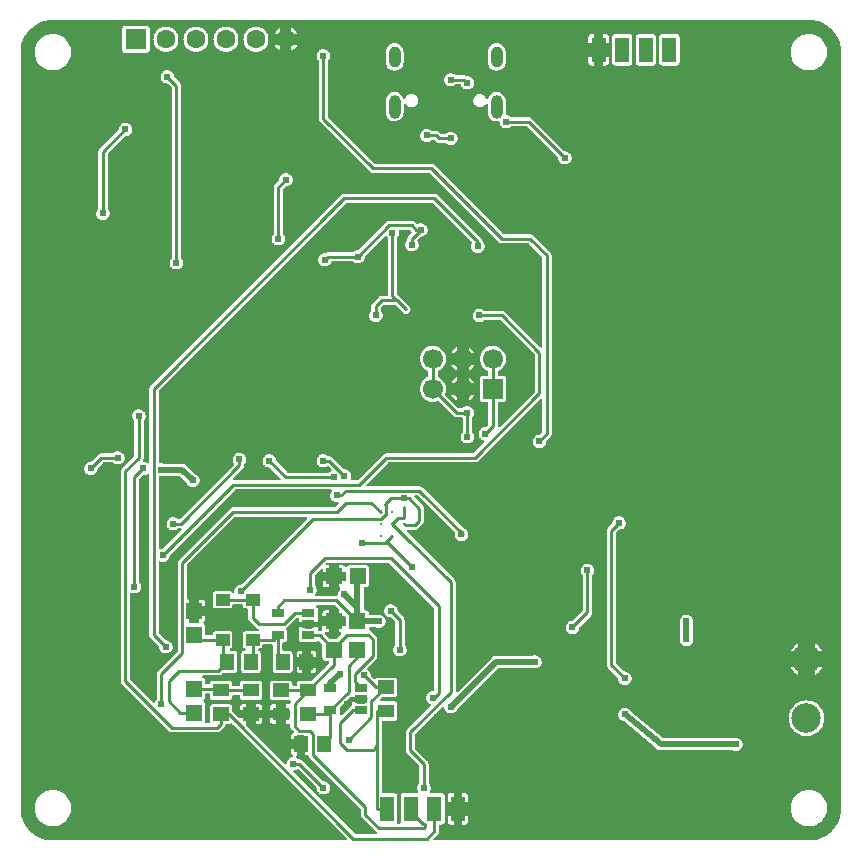
<source format=gbl>
G04 Layer: BottomLayer*
G04 EasyEDA v6.5.51, 2025-09-17 03:24:35*
G04 4f8a5b0b326d43f2b3a6dc604e954ae0,d57bd40a603b42be9e37e0d49851eb9c,10*
G04 Gerber Generator version 0.2*
G04 Scale: 100 percent, Rotated: No, Reflected: No *
G04 Dimensions in millimeters *
G04 leading zeros omitted , absolute positions ,4 integer and 5 decimal *
%FSLAX45Y45*%
%MOMM*%

%AMMACRO1*21,1,$1,$2,0,0,$3*%
%ADD10C,0.2540*%
%ADD11C,0.5080*%
%ADD12C,0.2880*%
%ADD13R,1.3500X1.4100*%
%ADD14MACRO1,1.35X1.41X0.0000*%
%ADD15MACRO1,1.35X1.41X90.0000*%
%ADD16C,0.0117*%
%ADD17MACRO1,0.95X1.15X90.0000*%
%ADD18MACRO1,0.95X1.15X-90.0000*%
%ADD19R,1.3770X1.1325*%
%ADD20MACRO1,1.377X1.1325X0.0000*%
%ADD21MACRO1,1.377X1.1325X90.0000*%
%ADD22MACRO1,1.377X1.1325X-90.0000*%
%ADD23MACRO1,1.1X0.6X0.0000*%
%ADD24C,1.7000*%
%ADD25MACRO1,1.6998X1.6998X0.0000*%
%ADD26C,2.5000*%
%ADD27C,1.6000*%
%ADD28R,1.8000X1.8000*%
%ADD29R,1.1989X2.1590*%
%ADD30O,0.999998X1.999996*%
%ADD31O,0.999998X1.799996*%
%ADD32C,0.6200*%

%LPD*%
G36*
X1155192Y-5807862D02*
G01*
X1151229Y-5807151D01*
X1147826Y-5804916D01*
X956005Y-5613095D01*
X953769Y-5609793D01*
X953008Y-5605881D01*
X953008Y-4887010D01*
X953769Y-4883150D01*
X955954Y-4879848D01*
X959205Y-4877612D01*
X963066Y-4876850D01*
X966978Y-4877562D01*
X973937Y-4880356D01*
X983386Y-4882388D01*
X993038Y-4882845D01*
X1002588Y-4881575D01*
X1011783Y-4878781D01*
X1020419Y-4874412D01*
X1028192Y-4868672D01*
X1034846Y-4861712D01*
X1040231Y-4853736D01*
X1044244Y-4844948D01*
X1046632Y-4835601D01*
X1047496Y-4826000D01*
X1046632Y-4816398D01*
X1044244Y-4807051D01*
X1040231Y-4798263D01*
X1034846Y-4790287D01*
X1032052Y-4787341D01*
X1029919Y-4784090D01*
X1029208Y-4780280D01*
X1029208Y-3919118D01*
X1029969Y-3915206D01*
X1032205Y-3911904D01*
X1061618Y-3882491D01*
X1065123Y-3880205D01*
X1078788Y-3878275D01*
X1087983Y-3875481D01*
X1096619Y-3871112D01*
X1100886Y-3867962D01*
X1104950Y-3866184D01*
X1109421Y-3866286D01*
X1113383Y-3868267D01*
X1116126Y-3871772D01*
X1117092Y-3876141D01*
X1117092Y-5231892D01*
X1117904Y-5239918D01*
X1120089Y-5247132D01*
X1123645Y-5253837D01*
X1128776Y-5260035D01*
X1197660Y-5328970D01*
X1199845Y-5332272D01*
X1200658Y-5336133D01*
X1200658Y-5338826D01*
X1202283Y-5348325D01*
X1205484Y-5357418D01*
X1210157Y-5365851D01*
X1216253Y-5373370D01*
X1223467Y-5379720D01*
X1231696Y-5384800D01*
X1240637Y-5388356D01*
X1250086Y-5390388D01*
X1259738Y-5390845D01*
X1269288Y-5389575D01*
X1278483Y-5386781D01*
X1287119Y-5382412D01*
X1294892Y-5376672D01*
X1301546Y-5369712D01*
X1306931Y-5361736D01*
X1310944Y-5352948D01*
X1313332Y-5343601D01*
X1314196Y-5334000D01*
X1313332Y-5324398D01*
X1310944Y-5315051D01*
X1306931Y-5306263D01*
X1301546Y-5298287D01*
X1294892Y-5291328D01*
X1287119Y-5285587D01*
X1278483Y-5281218D01*
X1269288Y-5278424D01*
X1255623Y-5276494D01*
X1252118Y-5274208D01*
X1197305Y-5219395D01*
X1195070Y-5216093D01*
X1194308Y-5212181D01*
X1194308Y-4620310D01*
X1195070Y-4616450D01*
X1197254Y-4613148D01*
X1200505Y-4610912D01*
X1204366Y-4610150D01*
X1208278Y-4610862D01*
X1215237Y-4613656D01*
X1224686Y-4615688D01*
X1234338Y-4616145D01*
X1243888Y-4614875D01*
X1253083Y-4612081D01*
X1261719Y-4607712D01*
X1269492Y-4601972D01*
X1276146Y-4595012D01*
X1281531Y-4587036D01*
X1285544Y-4578248D01*
X1287932Y-4568901D01*
X1288643Y-4560519D01*
X1289558Y-4557115D01*
X1291590Y-4554169D01*
X1841804Y-4004005D01*
X1845106Y-4001770D01*
X1849018Y-4001008D01*
X2651607Y-4001008D01*
X2655316Y-4001719D01*
X2658516Y-4003751D01*
X2660802Y-4006799D01*
X2661767Y-4010456D01*
X2661310Y-4014215D01*
X2659532Y-4017568D01*
X2657957Y-4019448D01*
X2653284Y-4027881D01*
X2650083Y-4036974D01*
X2648458Y-4046474D01*
X2648458Y-4056126D01*
X2650083Y-4065625D01*
X2653284Y-4074718D01*
X2657957Y-4083151D01*
X2664053Y-4090670D01*
X2671267Y-4097020D01*
X2679496Y-4102100D01*
X2688437Y-4105656D01*
X2697886Y-4107687D01*
X2707640Y-4108094D01*
X2711805Y-4108450D01*
X2715514Y-4110431D01*
X2718054Y-4113682D01*
X2719120Y-4117746D01*
X2718409Y-4121861D01*
X2716123Y-4125366D01*
X2690571Y-4150918D01*
X2687269Y-4153154D01*
X2683357Y-4153915D01*
X1827784Y-4153915D01*
X1819757Y-4154728D01*
X1812543Y-4156913D01*
X1805838Y-4160469D01*
X1799640Y-4165600D01*
X1370076Y-4595164D01*
X1364945Y-4601362D01*
X1361389Y-4608068D01*
X1359204Y-4615281D01*
X1358392Y-4623308D01*
X1358392Y-5364581D01*
X1357630Y-5368493D01*
X1355394Y-5371795D01*
X1192276Y-5534964D01*
X1187145Y-5541162D01*
X1183589Y-5547868D01*
X1181404Y-5555081D01*
X1180592Y-5563108D01*
X1180592Y-5770626D01*
X1180033Y-5774029D01*
X1178356Y-5777026D01*
X1172057Y-5784748D01*
X1167384Y-5793181D01*
X1164590Y-5801106D01*
X1162456Y-5804611D01*
X1159154Y-5806998D01*
G37*

%LPD*%
G36*
X2739085Y-5913882D02*
G01*
X2735072Y-5912916D01*
X2731770Y-5910376D01*
X2729788Y-5906719D01*
X2729382Y-5902553D01*
X2729382Y-5851042D01*
X2730195Y-5847130D01*
X2732379Y-5843828D01*
X2816453Y-5759754D01*
X2819755Y-5757570D01*
X2823616Y-5756757D01*
X2874619Y-5756757D01*
X2874619Y-5749188D01*
X2875381Y-5745327D01*
X2877616Y-5742025D01*
X2880918Y-5739841D01*
X2884779Y-5739028D01*
X2932176Y-5739028D01*
X2936036Y-5739841D01*
X2939338Y-5742025D01*
X2941574Y-5745327D01*
X2942336Y-5749188D01*
X2942336Y-5756757D01*
X2955137Y-5756757D01*
X2959201Y-5757621D01*
X2962605Y-5760059D01*
X2964738Y-5763615D01*
X2965246Y-5767730D01*
X2964078Y-5771743D01*
X2961589Y-5776468D01*
X2959404Y-5783681D01*
X2958744Y-5790336D01*
X2957677Y-5793892D01*
X2955442Y-5796838D01*
X2952292Y-5798820D01*
X2948635Y-5799480D01*
X2942336Y-5799480D01*
X2942336Y-5807049D01*
X2941574Y-5810961D01*
X2939338Y-5814263D01*
X2936036Y-5816447D01*
X2932176Y-5817209D01*
X2884779Y-5817209D01*
X2880918Y-5816447D01*
X2877616Y-5814263D01*
X2875381Y-5810961D01*
X2874619Y-5807049D01*
X2874619Y-5799480D01*
X2827578Y-5799480D01*
X2827578Y-5807557D01*
X2828290Y-5813907D01*
X2830220Y-5819343D01*
X2832201Y-5823762D01*
X2832201Y-5827522D01*
X2830880Y-5830976D01*
X2827731Y-5835446D01*
X2825496Y-5837021D01*
X2817520Y-5841238D01*
X2811322Y-5846318D01*
X2746654Y-5910935D01*
X2743200Y-5913221D01*
G37*

%LPD*%
G36*
X3224276Y-6832092D02*
G01*
X3220110Y-6831177D01*
X3216656Y-6828688D01*
X3214573Y-6824929D01*
X3214166Y-6820712D01*
X3215132Y-6812940D01*
X3215132Y-6598208D01*
X3214420Y-6591909D01*
X3212490Y-6586423D01*
X3209442Y-6581546D01*
X3205327Y-6577431D01*
X3200450Y-6574383D01*
X3194964Y-6572453D01*
X3188665Y-6571742D01*
X3096768Y-6571742D01*
X3092856Y-6570980D01*
X3089605Y-6568744D01*
X3087370Y-6565493D01*
X3086608Y-6561581D01*
X3086608Y-5970828D01*
X3087370Y-5966968D01*
X3089605Y-5963666D01*
X3092856Y-5961430D01*
X3096768Y-5960668D01*
X3189681Y-5960668D01*
X3195980Y-5959957D01*
X3201466Y-5958027D01*
X3206343Y-5954979D01*
X3210458Y-5950864D01*
X3213506Y-5945987D01*
X3215436Y-5940501D01*
X3216148Y-5934202D01*
X3216148Y-5822086D01*
X3215436Y-5815736D01*
X3213506Y-5810300D01*
X3210458Y-5805424D01*
X3206343Y-5801309D01*
X3201466Y-5798210D01*
X3195980Y-5796330D01*
X3189681Y-5795619D01*
X3075990Y-5795619D01*
X3072028Y-5794806D01*
X3068675Y-5792520D01*
X3066491Y-5789117D01*
X3065830Y-5785104D01*
X3066745Y-5781192D01*
X3069132Y-5777941D01*
X3085185Y-5763310D01*
X3088386Y-5761329D01*
X3092043Y-5760669D01*
X3189681Y-5760669D01*
X3195980Y-5759958D01*
X3201466Y-5758027D01*
X3206343Y-5754979D01*
X3210458Y-5750864D01*
X3213506Y-5745988D01*
X3215436Y-5740501D01*
X3216148Y-5734202D01*
X3216148Y-5622086D01*
X3215436Y-5615736D01*
X3213506Y-5610301D01*
X3210458Y-5605373D01*
X3206343Y-5601309D01*
X3201466Y-5598210D01*
X3195980Y-5596331D01*
X3189681Y-5595620D01*
X3053130Y-5595620D01*
X3046780Y-5596331D01*
X3041345Y-5598210D01*
X3036417Y-5601309D01*
X3032556Y-5605170D01*
X3029254Y-5607405D01*
X3025343Y-5608167D01*
X3021482Y-5607405D01*
X3018180Y-5605170D01*
X2993390Y-5580430D01*
X2991358Y-5577484D01*
X2990443Y-5574080D01*
X2989732Y-5565698D01*
X2987344Y-5556351D01*
X2983331Y-5547563D01*
X2977946Y-5539587D01*
X2971292Y-5532628D01*
X2963976Y-5527192D01*
X2961132Y-5523941D01*
X2959912Y-5519775D01*
X2960522Y-5515508D01*
X2962859Y-5511850D01*
X3034030Y-5440629D01*
X3039160Y-5434431D01*
X3042716Y-5427726D01*
X3044901Y-5420512D01*
X3045714Y-5412486D01*
X3045714Y-5270754D01*
X3044901Y-5262727D01*
X3042716Y-5255514D01*
X3039160Y-5248808D01*
X3034030Y-5242610D01*
X2996641Y-5205222D01*
X2990443Y-5200091D01*
X2983738Y-5196535D01*
X2982010Y-5195976D01*
X2978200Y-5193842D01*
X2975660Y-5190337D01*
X2974797Y-5186121D01*
X2974898Y-5179060D01*
X2975711Y-5175199D01*
X2977946Y-5171948D01*
X2981198Y-5169814D01*
X2985058Y-5169052D01*
X3034436Y-5169052D01*
X3038246Y-5169763D01*
X3044037Y-5172100D01*
X3053486Y-5174132D01*
X3063138Y-5174589D01*
X3072688Y-5173319D01*
X3081883Y-5170525D01*
X3090519Y-5166156D01*
X3098292Y-5160416D01*
X3104946Y-5153456D01*
X3110331Y-5145481D01*
X3114344Y-5136692D01*
X3116732Y-5127345D01*
X3117596Y-5117744D01*
X3116732Y-5108143D01*
X3114344Y-5098796D01*
X3110331Y-5090007D01*
X3104946Y-5082032D01*
X3098292Y-5075072D01*
X3090519Y-5069332D01*
X3081883Y-5064963D01*
X3072688Y-5062169D01*
X3063138Y-5060899D01*
X3053486Y-5061356D01*
X3044037Y-5063388D01*
X3038246Y-5065725D01*
X3034436Y-5066436D01*
X2985058Y-5066436D01*
X2981198Y-5065674D01*
X2977896Y-5063439D01*
X2975660Y-5060188D01*
X2974898Y-5056276D01*
X2974898Y-5050790D01*
X2974187Y-5044490D01*
X2972257Y-5039004D01*
X2969209Y-5034127D01*
X2965094Y-5030012D01*
X2960217Y-5026964D01*
X2954731Y-5025034D01*
X2948432Y-5024323D01*
X2939999Y-5024323D01*
X2936087Y-5023561D01*
X2932785Y-5021376D01*
X2930601Y-5018074D01*
X2929839Y-5014163D01*
X2929788Y-4840681D01*
X2930550Y-4836769D01*
X2932785Y-4833467D01*
X2936087Y-4831283D01*
X2939948Y-4830521D01*
X2951226Y-4830521D01*
X2957576Y-4829810D01*
X2963011Y-4827879D01*
X2967939Y-4824780D01*
X2972003Y-4820716D01*
X2975102Y-4815789D01*
X2976981Y-4810353D01*
X2977692Y-4804054D01*
X2977692Y-4670145D01*
X2976981Y-4663846D01*
X2975102Y-4658410D01*
X2972003Y-4653483D01*
X2967939Y-4649419D01*
X2963011Y-4646320D01*
X2957576Y-4644390D01*
X2951226Y-4643678D01*
X2811373Y-4643678D01*
X2805074Y-4644390D01*
X2799588Y-4646320D01*
X2794711Y-4649419D01*
X2790596Y-4653483D01*
X2787091Y-4657547D01*
X2783332Y-4659122D01*
X2779268Y-4659122D01*
X2775508Y-4657547D01*
X2772003Y-4653483D01*
X2767888Y-4649419D01*
X2763012Y-4646320D01*
X2757525Y-4644390D01*
X2751226Y-4643678D01*
X2722880Y-4643678D01*
X2722880Y-4697018D01*
X2774746Y-4697018D01*
X2778607Y-4697780D01*
X2781909Y-4699965D01*
X2784144Y-4703267D01*
X2784906Y-4707178D01*
X2784906Y-4767021D01*
X2784144Y-4770932D01*
X2781909Y-4774234D01*
X2778607Y-4776419D01*
X2774746Y-4777181D01*
X2722880Y-4777181D01*
X2722880Y-4830521D01*
X2726944Y-4831334D01*
X2730246Y-4833620D01*
X2732430Y-4837074D01*
X2733090Y-4841087D01*
X2732125Y-4845050D01*
X2729636Y-4848301D01*
X2727553Y-4850130D01*
X2721457Y-4857648D01*
X2716784Y-4866081D01*
X2713583Y-4875174D01*
X2711958Y-4884674D01*
X2711958Y-4891379D01*
X2711043Y-4895494D01*
X2708605Y-4898898D01*
X2704947Y-4901031D01*
X2700274Y-4901438D01*
X2530195Y-4901438D01*
X2525928Y-4900523D01*
X2522474Y-4897882D01*
X2520442Y-4894021D01*
X2520188Y-4889652D01*
X2521813Y-4885588D01*
X2526131Y-4879136D01*
X2530144Y-4870348D01*
X2532532Y-4861001D01*
X2533396Y-4851400D01*
X2532532Y-4841798D01*
X2530144Y-4832451D01*
X2526131Y-4823663D01*
X2520746Y-4815687D01*
X2517952Y-4812741D01*
X2515819Y-4809490D01*
X2515108Y-4805680D01*
X2515108Y-4731918D01*
X2515870Y-4728006D01*
X2518105Y-4724704D01*
X2567533Y-4675276D01*
X2570835Y-4673041D01*
X2574747Y-4672279D01*
X2578608Y-4673041D01*
X2581910Y-4675276D01*
X2584094Y-4678527D01*
X2584907Y-4682439D01*
X2584907Y-4697018D01*
X2639720Y-4697018D01*
X2639720Y-4643678D01*
X2623616Y-4643678D01*
X2619756Y-4642916D01*
X2616454Y-4640732D01*
X2614269Y-4637430D01*
X2613456Y-4633518D01*
X2614269Y-4629658D01*
X2616504Y-4626305D01*
X2619806Y-4624070D01*
X2623718Y-4623308D01*
X3142081Y-4623308D01*
X3145993Y-4624070D01*
X3149295Y-4626305D01*
X3527094Y-5004104D01*
X3529329Y-5007406D01*
X3530092Y-5011318D01*
X3530092Y-5698845D01*
X3529380Y-5702604D01*
X3527247Y-5705856D01*
X3524097Y-5708091D01*
X3520338Y-5708954D01*
X3510686Y-5709412D01*
X3501237Y-5711444D01*
X3492296Y-5715000D01*
X3484067Y-5720080D01*
X3476853Y-5726430D01*
X3470757Y-5733948D01*
X3466084Y-5742381D01*
X3462883Y-5751474D01*
X3461258Y-5760974D01*
X3461258Y-5770626D01*
X3462883Y-5780125D01*
X3466084Y-5789218D01*
X3470757Y-5797651D01*
X3476853Y-5805170D01*
X3484067Y-5811520D01*
X3496919Y-5819292D01*
X3499154Y-5822594D01*
X3499967Y-5826506D01*
X3499205Y-5830417D01*
X3496970Y-5833719D01*
X3300476Y-6030264D01*
X3295345Y-6036462D01*
X3291789Y-6043168D01*
X3289604Y-6050381D01*
X3288792Y-6058408D01*
X3288792Y-6209792D01*
X3289604Y-6217818D01*
X3291789Y-6225032D01*
X3295345Y-6231737D01*
X3300476Y-6237935D01*
X3400094Y-6337604D01*
X3402329Y-6340906D01*
X3403092Y-6344818D01*
X3403092Y-6481826D01*
X3402533Y-6485229D01*
X3400856Y-6488226D01*
X3394557Y-6495948D01*
X3389884Y-6504381D01*
X3386683Y-6513474D01*
X3385058Y-6522974D01*
X3385058Y-6532626D01*
X3386683Y-6542125D01*
X3389884Y-6551218D01*
X3392881Y-6556603D01*
X3394151Y-6560616D01*
X3393643Y-6564782D01*
X3391560Y-6568440D01*
X3388106Y-6570878D01*
X3384042Y-6571742D01*
X3270554Y-6571742D01*
X3264255Y-6572453D01*
X3258769Y-6574383D01*
X3253892Y-6577431D01*
X3249777Y-6581546D01*
X3246729Y-6586423D01*
X3244799Y-6591909D01*
X3244088Y-6598208D01*
X3244088Y-6812940D01*
X3245053Y-6820712D01*
X3244646Y-6824929D01*
X3242564Y-6828688D01*
X3239109Y-6831177D01*
X3234944Y-6832092D01*
G37*

%LPC*%
G36*
X3240938Y-5416245D02*
G01*
X3250488Y-5414975D01*
X3259683Y-5412181D01*
X3268319Y-5407812D01*
X3276092Y-5402072D01*
X3282746Y-5395112D01*
X3288131Y-5387136D01*
X3292144Y-5378348D01*
X3294532Y-5369001D01*
X3295396Y-5359400D01*
X3294532Y-5349798D01*
X3292144Y-5340451D01*
X3288131Y-5331663D01*
X3282746Y-5323687D01*
X3279952Y-5320741D01*
X3277819Y-5317490D01*
X3277108Y-5313680D01*
X3277108Y-5105908D01*
X3276295Y-5097881D01*
X3274110Y-5090668D01*
X3270554Y-5083962D01*
X3265424Y-5077764D01*
X3221990Y-5034330D01*
X3219958Y-5031384D01*
X3219043Y-5027980D01*
X3218332Y-5019598D01*
X3215944Y-5010251D01*
X3211931Y-5001463D01*
X3206546Y-4993487D01*
X3199892Y-4986528D01*
X3192119Y-4980787D01*
X3183483Y-4976418D01*
X3174288Y-4973624D01*
X3164738Y-4972354D01*
X3155086Y-4972812D01*
X3145637Y-4974844D01*
X3136696Y-4978400D01*
X3128467Y-4983480D01*
X3121253Y-4989830D01*
X3115157Y-4997348D01*
X3110484Y-5005781D01*
X3107283Y-5014874D01*
X3105658Y-5024374D01*
X3105658Y-5034026D01*
X3107283Y-5043525D01*
X3110484Y-5052618D01*
X3115157Y-5061051D01*
X3121253Y-5068570D01*
X3128467Y-5074920D01*
X3136696Y-5080000D01*
X3145637Y-5083556D01*
X3155086Y-5085588D01*
X3160572Y-5085842D01*
X3164230Y-5086705D01*
X3167329Y-5088788D01*
X3196894Y-5118404D01*
X3199130Y-5121706D01*
X3199892Y-5125618D01*
X3199892Y-5313426D01*
X3199333Y-5316829D01*
X3197656Y-5319826D01*
X3191357Y-5327548D01*
X3186684Y-5335981D01*
X3183483Y-5345074D01*
X3181858Y-5354574D01*
X3181858Y-5364226D01*
X3183483Y-5373725D01*
X3186684Y-5382818D01*
X3191357Y-5391251D01*
X3197453Y-5398770D01*
X3204667Y-5405120D01*
X3212896Y-5410200D01*
X3221837Y-5413756D01*
X3231286Y-5415788D01*
G37*
G36*
X2611374Y-4830521D02*
G01*
X2639720Y-4830521D01*
X2639720Y-4777181D01*
X2584907Y-4777181D01*
X2584907Y-4804054D01*
X2585618Y-4810353D01*
X2587498Y-4815789D01*
X2590596Y-4820716D01*
X2594660Y-4824780D01*
X2599588Y-4827879D01*
X2605024Y-4829810D01*
G37*

%LPD*%
G36*
X2865018Y-6920992D02*
G01*
X2861106Y-6920230D01*
X2857804Y-6917994D01*
X2337917Y-6398107D01*
X2335479Y-6394297D01*
X2334971Y-6389827D01*
X2336444Y-6385610D01*
X2339594Y-6382359D01*
X2343810Y-6380835D01*
X2348788Y-6380175D01*
X2357983Y-6377381D01*
X2366619Y-6373012D01*
X2371293Y-6370320D01*
X2374900Y-6369964D01*
X2378354Y-6370878D01*
X2381300Y-6372910D01*
X2531160Y-6522770D01*
X2533345Y-6526072D01*
X2534158Y-6529933D01*
X2534158Y-6532626D01*
X2535783Y-6542125D01*
X2538984Y-6551218D01*
X2543657Y-6559651D01*
X2549753Y-6567170D01*
X2556967Y-6573520D01*
X2565196Y-6578600D01*
X2574137Y-6582156D01*
X2583586Y-6584188D01*
X2593238Y-6584645D01*
X2602788Y-6583375D01*
X2611983Y-6580581D01*
X2620619Y-6576212D01*
X2628392Y-6570472D01*
X2635046Y-6563512D01*
X2640431Y-6555536D01*
X2644444Y-6546748D01*
X2646832Y-6537401D01*
X2647696Y-6527800D01*
X2646832Y-6518198D01*
X2644444Y-6508851D01*
X2640431Y-6500063D01*
X2635046Y-6492087D01*
X2628392Y-6485128D01*
X2620619Y-6479387D01*
X2611983Y-6475018D01*
X2602788Y-6472224D01*
X2589123Y-6470294D01*
X2585618Y-6468008D01*
X2415235Y-6297676D01*
X2409037Y-6292545D01*
X2402332Y-6288989D01*
X2395118Y-6286804D01*
X2387092Y-6285992D01*
X2382621Y-6285992D01*
X2378659Y-6285179D01*
X2366619Y-6276187D01*
X2360574Y-6273139D01*
X2357170Y-6270345D01*
X2355291Y-6266434D01*
X2355189Y-6262065D01*
X2356967Y-6258052D01*
X2360218Y-6255156D01*
X2364435Y-6253937D01*
X2364435Y-6199886D01*
X2316530Y-6199886D01*
X2316530Y-6227419D01*
X2317242Y-6233718D01*
X2319172Y-6239205D01*
X2322271Y-6244082D01*
X2326335Y-6248196D01*
X2329738Y-6250330D01*
X2332634Y-6253073D01*
X2334260Y-6256680D01*
X2334361Y-6260693D01*
X2332888Y-6264402D01*
X2330145Y-6267246D01*
X2326487Y-6268872D01*
X2320137Y-6270244D01*
X2311196Y-6273800D01*
X2302967Y-6278880D01*
X2295753Y-6285230D01*
X2289657Y-6292748D01*
X2284984Y-6301181D01*
X2281783Y-6310274D01*
X2280462Y-6317996D01*
X2278786Y-6322060D01*
X2275535Y-6325057D01*
X2271318Y-6326378D01*
X2266950Y-6325819D01*
X2263241Y-6323431D01*
X1940610Y-6000800D01*
X1938375Y-5997498D01*
X1937613Y-5993587D01*
X1937613Y-5938215D01*
X1882190Y-5938215D01*
X1878330Y-5937453D01*
X1875028Y-5935218D01*
X1822145Y-5882335D01*
X1819910Y-5879033D01*
X1819148Y-5875121D01*
X1819148Y-5847486D01*
X1818436Y-5841136D01*
X1816506Y-5835700D01*
X1813458Y-5830824D01*
X1809343Y-5826709D01*
X1804466Y-5823610D01*
X1798980Y-5821730D01*
X1792681Y-5821019D01*
X1656130Y-5821019D01*
X1649780Y-5821730D01*
X1644345Y-5823610D01*
X1639417Y-5826709D01*
X1635353Y-5830824D01*
X1632254Y-5835700D01*
X1630324Y-5841136D01*
X1629613Y-5847486D01*
X1629613Y-5959602D01*
X1630324Y-5965901D01*
X1630984Y-5967679D01*
X1631543Y-5971489D01*
X1630629Y-5975248D01*
X1628394Y-5978398D01*
X1625142Y-5980480D01*
X1621383Y-5981192D01*
X1597863Y-5981192D01*
X1594104Y-5980480D01*
X1590852Y-5978398D01*
X1588617Y-5975248D01*
X1587703Y-5971489D01*
X1588465Y-5967069D01*
X1589176Y-5960770D01*
X1589176Y-5820918D01*
X1588465Y-5814568D01*
X1586585Y-5809132D01*
X1583486Y-5804204D01*
X1579422Y-5800140D01*
X1575358Y-5796635D01*
X1573733Y-5792876D01*
X1573733Y-5788812D01*
X1575358Y-5785053D01*
X1579422Y-5781548D01*
X1583486Y-5777433D01*
X1586585Y-5772556D01*
X1588465Y-5767070D01*
X1589176Y-5760770D01*
X1589176Y-5739587D01*
X1589989Y-5735726D01*
X1592173Y-5732424D01*
X1595475Y-5730240D01*
X1599336Y-5729427D01*
X1619453Y-5729427D01*
X1623364Y-5730240D01*
X1626666Y-5732424D01*
X1628851Y-5735726D01*
X1629613Y-5739587D01*
X1629613Y-5759602D01*
X1630324Y-5765901D01*
X1632254Y-5771388D01*
X1635353Y-5776264D01*
X1639417Y-5780379D01*
X1644345Y-5783427D01*
X1649780Y-5785358D01*
X1656130Y-5786069D01*
X1792681Y-5786069D01*
X1798980Y-5785358D01*
X1804466Y-5783427D01*
X1809343Y-5780379D01*
X1813458Y-5776264D01*
X1816506Y-5771388D01*
X1818436Y-5765901D01*
X1819148Y-5759602D01*
X1819148Y-5752287D01*
X1819910Y-5748426D01*
X1822145Y-5745124D01*
X1825396Y-5742940D01*
X1829307Y-5742127D01*
X1873453Y-5742127D01*
X1877364Y-5742940D01*
X1880666Y-5745124D01*
X1882851Y-5748426D01*
X1883613Y-5752287D01*
X1883613Y-5759602D01*
X1884324Y-5765901D01*
X1886254Y-5771388D01*
X1889353Y-5776264D01*
X1893417Y-5780379D01*
X1898345Y-5783427D01*
X1903780Y-5785358D01*
X1910130Y-5786069D01*
X2046681Y-5786069D01*
X2052980Y-5785358D01*
X2058466Y-5783427D01*
X2063343Y-5780379D01*
X2067458Y-5776264D01*
X2070506Y-5771388D01*
X2072436Y-5765901D01*
X2073148Y-5759602D01*
X2073148Y-5647486D01*
X2072436Y-5641136D01*
X2070506Y-5635701D01*
X2067458Y-5630773D01*
X2063343Y-5626709D01*
X2058466Y-5623610D01*
X2052980Y-5621731D01*
X2046681Y-5621020D01*
X1910130Y-5621020D01*
X1903780Y-5621731D01*
X1898345Y-5623610D01*
X1893417Y-5626709D01*
X1889353Y-5630773D01*
X1886254Y-5635701D01*
X1884324Y-5641136D01*
X1883613Y-5647486D01*
X1883613Y-5654751D01*
X1882851Y-5658662D01*
X1880666Y-5661964D01*
X1877364Y-5664149D01*
X1873453Y-5664911D01*
X1829307Y-5664911D01*
X1825396Y-5664149D01*
X1822145Y-5661964D01*
X1819910Y-5658662D01*
X1819148Y-5654751D01*
X1819148Y-5647486D01*
X1818436Y-5641136D01*
X1816506Y-5635701D01*
X1813458Y-5630773D01*
X1809343Y-5626709D01*
X1804466Y-5623610D01*
X1798980Y-5621731D01*
X1792681Y-5621020D01*
X1656130Y-5621020D01*
X1649780Y-5621731D01*
X1644345Y-5623610D01*
X1639417Y-5626709D01*
X1635353Y-5630773D01*
X1632254Y-5635701D01*
X1630324Y-5641136D01*
X1630121Y-5643219D01*
X1629054Y-5646724D01*
X1626768Y-5649620D01*
X1623618Y-5651550D01*
X1620012Y-5652211D01*
X1599336Y-5652211D01*
X1595475Y-5651449D01*
X1592173Y-5649264D01*
X1589989Y-5645962D01*
X1589176Y-5642051D01*
X1589176Y-5620918D01*
X1588465Y-5614568D01*
X1586585Y-5609132D01*
X1583486Y-5604205D01*
X1579422Y-5600141D01*
X1574495Y-5597042D01*
X1569516Y-5595315D01*
X1566062Y-5593232D01*
X1563674Y-5589981D01*
X1562709Y-5586018D01*
X1563420Y-5582056D01*
X1565554Y-5578652D01*
X1568907Y-5576366D01*
X1572869Y-5575554D01*
X1700022Y-5575554D01*
X1708048Y-5574741D01*
X1715262Y-5572556D01*
X1721967Y-5569000D01*
X1728165Y-5563870D01*
X1733702Y-5558383D01*
X1737004Y-5556148D01*
X1740916Y-5555386D01*
X1832864Y-5555386D01*
X1839163Y-5554675D01*
X1844649Y-5552744D01*
X1849526Y-5549696D01*
X1853641Y-5545582D01*
X1856689Y-5540705D01*
X1858619Y-5535218D01*
X1859330Y-5528919D01*
X1859330Y-5392369D01*
X1858619Y-5386019D01*
X1856689Y-5380583D01*
X1853641Y-5375656D01*
X1849526Y-5371592D01*
X1844649Y-5368493D01*
X1839163Y-5366562D01*
X1832864Y-5365851D01*
X1806143Y-5365851D01*
X1802180Y-5365089D01*
X1798828Y-5362803D01*
X1796643Y-5359400D01*
X1795983Y-5355386D01*
X1796897Y-5351475D01*
X1799336Y-5348173D01*
X1802790Y-5346141D01*
X1805787Y-5345074D01*
X1810715Y-5341975D01*
X1814779Y-5337911D01*
X1817878Y-5332984D01*
X1819808Y-5327548D01*
X1820519Y-5321198D01*
X1820519Y-5227370D01*
X1819808Y-5221020D01*
X1817878Y-5215585D01*
X1814779Y-5210657D01*
X1810715Y-5206593D01*
X1805787Y-5203494D01*
X1800352Y-5201564D01*
X1794002Y-5200853D01*
X1680159Y-5200853D01*
X1673860Y-5201564D01*
X1668373Y-5203494D01*
X1663496Y-5206593D01*
X1659382Y-5210657D01*
X1656283Y-5215585D01*
X1654403Y-5221020D01*
X1653743Y-5226659D01*
X1652676Y-5230164D01*
X1650441Y-5233060D01*
X1647291Y-5234990D01*
X1643684Y-5235651D01*
X1599336Y-5235651D01*
X1595475Y-5234889D01*
X1592173Y-5232704D01*
X1589989Y-5229402D01*
X1589176Y-5225491D01*
X1589176Y-5160518D01*
X1588465Y-5154168D01*
X1586585Y-5148732D01*
X1583486Y-5143804D01*
X1579422Y-5139740D01*
X1575358Y-5136235D01*
X1573733Y-5132476D01*
X1573733Y-5128412D01*
X1575358Y-5124653D01*
X1579422Y-5121148D01*
X1583486Y-5117033D01*
X1586585Y-5112156D01*
X1588465Y-5106670D01*
X1589176Y-5100370D01*
X1589176Y-5072024D01*
X1535887Y-5072024D01*
X1535887Y-5123891D01*
X1535125Y-5127752D01*
X1532890Y-5131054D01*
X1529638Y-5133238D01*
X1525727Y-5134051D01*
X1465834Y-5134051D01*
X1461973Y-5133238D01*
X1458671Y-5131054D01*
X1456486Y-5127752D01*
X1455674Y-5123891D01*
X1455674Y-5072024D01*
X1445768Y-5072024D01*
X1441856Y-5071262D01*
X1438605Y-5069078D01*
X1436370Y-5065776D01*
X1435608Y-5061864D01*
X1435608Y-4998974D01*
X1436370Y-4995113D01*
X1438605Y-4991811D01*
X1441856Y-4989626D01*
X1445768Y-4988814D01*
X1455674Y-4988814D01*
X1455674Y-4934000D01*
X1445768Y-4934000D01*
X1441856Y-4933238D01*
X1438605Y-4931054D01*
X1436370Y-4927752D01*
X1435608Y-4923840D01*
X1435608Y-4643018D01*
X1436370Y-4639106D01*
X1438605Y-4635804D01*
X1840280Y-4234129D01*
X1843582Y-4231894D01*
X1847494Y-4231132D01*
X2446121Y-4231132D01*
X2450033Y-4231894D01*
X2453335Y-4234129D01*
X2455519Y-4237380D01*
X2456281Y-4241292D01*
X2455519Y-4245203D01*
X2453335Y-4248454D01*
X1897329Y-4804511D01*
X1894230Y-4806594D01*
X1890572Y-4807458D01*
X1885086Y-4807712D01*
X1875637Y-4809744D01*
X1866696Y-4813300D01*
X1858467Y-4818380D01*
X1851253Y-4824730D01*
X1845157Y-4832248D01*
X1840484Y-4840681D01*
X1837283Y-4849774D01*
X1835657Y-4859274D01*
X1835708Y-4870094D01*
X1834794Y-4874361D01*
X1832203Y-4877866D01*
X1828393Y-4879898D01*
X1824024Y-4880203D01*
X1819960Y-4878679D01*
X1816912Y-4875580D01*
X1814779Y-4872177D01*
X1810715Y-4868062D01*
X1805787Y-4865014D01*
X1800352Y-4863084D01*
X1794002Y-4862372D01*
X1680159Y-4862372D01*
X1673860Y-4863084D01*
X1668373Y-4865014D01*
X1663496Y-4868062D01*
X1659382Y-4872177D01*
X1656283Y-4877054D01*
X1654403Y-4882540D01*
X1653692Y-4888839D01*
X1653692Y-4982718D01*
X1654403Y-4989017D01*
X1656283Y-4994503D01*
X1659382Y-4999380D01*
X1663496Y-5003495D01*
X1668373Y-5006594D01*
X1673860Y-5008473D01*
X1680159Y-5009184D01*
X1794002Y-5009184D01*
X1800352Y-5008473D01*
X1805787Y-5006594D01*
X1810715Y-5003495D01*
X1814779Y-4999380D01*
X1817878Y-4994503D01*
X1819808Y-4989017D01*
X1820418Y-4983429D01*
X1821484Y-4979873D01*
X1823770Y-4976977D01*
X1826869Y-4975047D01*
X1830527Y-4974386D01*
X1897684Y-4974386D01*
X1901291Y-4975047D01*
X1904441Y-4976977D01*
X1906676Y-4979873D01*
X1907743Y-4983429D01*
X1908403Y-4989017D01*
X1910283Y-4994503D01*
X1913382Y-4999380D01*
X1917496Y-5003495D01*
X1922373Y-5006594D01*
X1927860Y-5008473D01*
X1934159Y-5009184D01*
X1942338Y-5009184D01*
X1946249Y-5009946D01*
X1949500Y-5012182D01*
X1951736Y-5015484D01*
X1952498Y-5019344D01*
X1952498Y-5089398D01*
X1953310Y-5097424D01*
X1955495Y-5104638D01*
X1959051Y-5111343D01*
X1964182Y-5117541D01*
X2016810Y-5170170D01*
X2023008Y-5175300D01*
X2029714Y-5178856D01*
X2036673Y-5180990D01*
X2040280Y-5182971D01*
X2042820Y-5186172D01*
X2043887Y-5190134D01*
X2043277Y-5194198D01*
X2041143Y-5197703D01*
X2037740Y-5200040D01*
X2033727Y-5200853D01*
X1934159Y-5200853D01*
X1927860Y-5201564D01*
X1922373Y-5203494D01*
X1917496Y-5206593D01*
X1913382Y-5210657D01*
X1910283Y-5215585D01*
X1908403Y-5221020D01*
X1907692Y-5227370D01*
X1907692Y-5321198D01*
X1908403Y-5327548D01*
X1910283Y-5332984D01*
X1913382Y-5337911D01*
X1917496Y-5341975D01*
X1922373Y-5345074D01*
X1925370Y-5346141D01*
X1928875Y-5348173D01*
X1931263Y-5351475D01*
X1932178Y-5355386D01*
X1931517Y-5359400D01*
X1929333Y-5362803D01*
X1925980Y-5365089D01*
X1914398Y-5366562D01*
X1908962Y-5368493D01*
X1904034Y-5371592D01*
X1899970Y-5375656D01*
X1896872Y-5380583D01*
X1894992Y-5386019D01*
X1894281Y-5392369D01*
X1894281Y-5528919D01*
X1894992Y-5535218D01*
X1896872Y-5540705D01*
X1899970Y-5545582D01*
X1904034Y-5549696D01*
X1908962Y-5552744D01*
X1914398Y-5554675D01*
X1920748Y-5555386D01*
X2032863Y-5555386D01*
X2039162Y-5554675D01*
X2044649Y-5552744D01*
X2049525Y-5549696D01*
X2053640Y-5545582D01*
X2056688Y-5540705D01*
X2058619Y-5535218D01*
X2059330Y-5528919D01*
X2059330Y-5392369D01*
X2058619Y-5386019D01*
X2056688Y-5380583D01*
X2053640Y-5375656D01*
X2049525Y-5371592D01*
X2044649Y-5368493D01*
X2041601Y-5367426D01*
X2038146Y-5365394D01*
X2035759Y-5362092D01*
X2034793Y-5358180D01*
X2035505Y-5354167D01*
X2037689Y-5350764D01*
X2040991Y-5348478D01*
X2044954Y-5347716D01*
X2048002Y-5347716D01*
X2054352Y-5347004D01*
X2059787Y-5345074D01*
X2064715Y-5341975D01*
X2068779Y-5337911D01*
X2071878Y-5332984D01*
X2073808Y-5327548D01*
X2074418Y-5321909D01*
X2075484Y-5318404D01*
X2077770Y-5315458D01*
X2080869Y-5313578D01*
X2084527Y-5312867D01*
X2155190Y-5312867D01*
X2159101Y-5313680D01*
X2162403Y-5315864D01*
X2164588Y-5319166D01*
X2165350Y-5323027D01*
X2165350Y-5382869D01*
X2164130Y-5392369D01*
X2164130Y-5528919D01*
X2164842Y-5535218D01*
X2166772Y-5540705D01*
X2169871Y-5545582D01*
X2173935Y-5549696D01*
X2178862Y-5552744D01*
X2184298Y-5554675D01*
X2190648Y-5555386D01*
X2302764Y-5555386D01*
X2309063Y-5554675D01*
X2314549Y-5552744D01*
X2319426Y-5549696D01*
X2323541Y-5545582D01*
X2326589Y-5540705D01*
X2328519Y-5535218D01*
X2329230Y-5528919D01*
X2329230Y-5392369D01*
X2328519Y-5386019D01*
X2326589Y-5380583D01*
X2323541Y-5375656D01*
X2319426Y-5371592D01*
X2314549Y-5368493D01*
X2309063Y-5366562D01*
X2302764Y-5365851D01*
X2252726Y-5365851D01*
X2248865Y-5365089D01*
X2245563Y-5362905D01*
X2243378Y-5359603D01*
X2242566Y-5355691D01*
X2242566Y-5304231D01*
X2243378Y-5300319D01*
X2245563Y-5297017D01*
X2248865Y-5294833D01*
X2252726Y-5294071D01*
X2258415Y-5294071D01*
X2264714Y-5293360D01*
X2270201Y-5291429D01*
X2275078Y-5288330D01*
X2279192Y-5284266D01*
X2282291Y-5279339D01*
X2284171Y-5273903D01*
X2284882Y-5267553D01*
X2284882Y-5208727D01*
X2284171Y-5202377D01*
X2282291Y-5196941D01*
X2279192Y-5192014D01*
X2277973Y-5190794D01*
X2275636Y-5187238D01*
X2274976Y-5183124D01*
X2276043Y-5179009D01*
X2278684Y-5175758D01*
X2285441Y-5170170D01*
X2365806Y-5089855D01*
X2369108Y-5087620D01*
X2373020Y-5086858D01*
X2376779Y-5086858D01*
X2380589Y-5087620D01*
X2383840Y-5089702D01*
X2386076Y-5092903D01*
X2386939Y-5096662D01*
X2386330Y-5100523D01*
X2383790Y-5107432D01*
X2383078Y-5113680D01*
X2383078Y-5121757D01*
X2430119Y-5121757D01*
X2430119Y-5114188D01*
X2430881Y-5110327D01*
X2433116Y-5107025D01*
X2436418Y-5104841D01*
X2440279Y-5104028D01*
X2487676Y-5104028D01*
X2491536Y-5104841D01*
X2494838Y-5107025D01*
X2497074Y-5110327D01*
X2497836Y-5114188D01*
X2497836Y-5121757D01*
X2544876Y-5121757D01*
X2544876Y-5113680D01*
X2544165Y-5107381D01*
X2542286Y-5101894D01*
X2540355Y-5097526D01*
X2540355Y-5093716D01*
X2542286Y-5089347D01*
X2544165Y-5083911D01*
X2544876Y-5077561D01*
X2544876Y-5018684D01*
X2544165Y-5012385D01*
X2542286Y-5006898D01*
X2539187Y-5002022D01*
X2531160Y-4994402D01*
X2529636Y-4990338D01*
X2529941Y-4986020D01*
X2531973Y-4982210D01*
X2535428Y-4979568D01*
X2539695Y-4978654D01*
X2680563Y-4978654D01*
X2684475Y-4979416D01*
X2687777Y-4981651D01*
X2717088Y-5010962D01*
X2719324Y-5014264D01*
X2720086Y-5018176D01*
X2720086Y-5077612D01*
X2771902Y-5077612D01*
X2775813Y-5078425D01*
X2779115Y-5080609D01*
X2781300Y-5083911D01*
X2782062Y-5087772D01*
X2782062Y-5147665D01*
X2781300Y-5151577D01*
X2779115Y-5154879D01*
X2775813Y-5157063D01*
X2771902Y-5157825D01*
X2720086Y-5157825D01*
X2720086Y-5211165D01*
X2733040Y-5211165D01*
X2736900Y-5211927D01*
X2740202Y-5214112D01*
X2742438Y-5217414D01*
X2743200Y-5221325D01*
X2742387Y-5225186D01*
X2740202Y-5228488D01*
X2705963Y-5262676D01*
X2702661Y-5264861D01*
X2698800Y-5265623D01*
X2643886Y-5265623D01*
X2640025Y-5264861D01*
X2636723Y-5262626D01*
X2602534Y-5228488D01*
X2600350Y-5225186D01*
X2599588Y-5221325D01*
X2600350Y-5217414D01*
X2602534Y-5214112D01*
X2605836Y-5211927D01*
X2609748Y-5211165D01*
X2636875Y-5211165D01*
X2636875Y-5157825D01*
X2582062Y-5157825D01*
X2582062Y-5184648D01*
X2582773Y-5190845D01*
X2582418Y-5194808D01*
X2580589Y-5198364D01*
X2577541Y-5200904D01*
X2573680Y-5202123D01*
X2569718Y-5201716D01*
X2565095Y-5200294D01*
X2557068Y-5199532D01*
X2551125Y-5199532D01*
X2547315Y-5198770D01*
X2544064Y-5196636D01*
X2541828Y-5193487D01*
X2540965Y-5189677D01*
X2541574Y-5185816D01*
X2544165Y-5178806D01*
X2544876Y-5172557D01*
X2544876Y-5164480D01*
X2497836Y-5164480D01*
X2497836Y-5172049D01*
X2497074Y-5175961D01*
X2494838Y-5179263D01*
X2491536Y-5181447D01*
X2487676Y-5182209D01*
X2440279Y-5182209D01*
X2436418Y-5181447D01*
X2433116Y-5179263D01*
X2430881Y-5175961D01*
X2430119Y-5172049D01*
X2430119Y-5164480D01*
X2383078Y-5164480D01*
X2383078Y-5172557D01*
X2383790Y-5178907D01*
X2385720Y-5184343D01*
X2387650Y-5188762D01*
X2387650Y-5192522D01*
X2385720Y-5196890D01*
X2383790Y-5202377D01*
X2383078Y-5208676D01*
X2383078Y-5267553D01*
X2383790Y-5273903D01*
X2385720Y-5279339D01*
X2388768Y-5284216D01*
X2392883Y-5288330D01*
X2397760Y-5291429D01*
X2403246Y-5293309D01*
X2409545Y-5294020D01*
X2518410Y-5294020D01*
X2524760Y-5293309D01*
X2530195Y-5291429D01*
X2535123Y-5288330D01*
X2536952Y-5286451D01*
X2540254Y-5284266D01*
X2544165Y-5283504D01*
X2548026Y-5284266D01*
X2551328Y-5286451D01*
X2579116Y-5314238D01*
X2581300Y-5317540D01*
X2582062Y-5321452D01*
X2582062Y-5425948D01*
X2582773Y-5432298D01*
X2584704Y-5437733D01*
X2587802Y-5442661D01*
X2591866Y-5446725D01*
X2596794Y-5449824D01*
X2602230Y-5451754D01*
X2608580Y-5452465D01*
X2629712Y-5452465D01*
X2633624Y-5453227D01*
X2636926Y-5455412D01*
X2639110Y-5458714D01*
X2639872Y-5462625D01*
X2639872Y-5465826D01*
X2639110Y-5469737D01*
X2636926Y-5473039D01*
X2491892Y-5618022D01*
X2488590Y-5620207D01*
X2484729Y-5621020D01*
X2392730Y-5621020D01*
X2386380Y-5621731D01*
X2380945Y-5623610D01*
X2376017Y-5626709D01*
X2371953Y-5630773D01*
X2368854Y-5635701D01*
X2366924Y-5641136D01*
X2366213Y-5647486D01*
X2366213Y-5654751D01*
X2365451Y-5658662D01*
X2363266Y-5661914D01*
X2359964Y-5664149D01*
X2356053Y-5664911D01*
X2337308Y-5664911D01*
X2333396Y-5664149D01*
X2330145Y-5661914D01*
X2327910Y-5658662D01*
X2327148Y-5654751D01*
X2327148Y-5647486D01*
X2326436Y-5641136D01*
X2324506Y-5635701D01*
X2321458Y-5630773D01*
X2317343Y-5626709D01*
X2312466Y-5623610D01*
X2306980Y-5621731D01*
X2300681Y-5621020D01*
X2164130Y-5621020D01*
X2157780Y-5621731D01*
X2152345Y-5623610D01*
X2147417Y-5626709D01*
X2143353Y-5630773D01*
X2140254Y-5635701D01*
X2138324Y-5641136D01*
X2137613Y-5647486D01*
X2137613Y-5759602D01*
X2138324Y-5765901D01*
X2140254Y-5771388D01*
X2143353Y-5776264D01*
X2147417Y-5780379D01*
X2152345Y-5783427D01*
X2157780Y-5785358D01*
X2164130Y-5786069D01*
X2300681Y-5786069D01*
X2303627Y-5785713D01*
X2307640Y-5786069D01*
X2311196Y-5787948D01*
X2313736Y-5791047D01*
X2314854Y-5794908D01*
X2314448Y-5798921D01*
X2311654Y-5807608D01*
X2311247Y-5811824D01*
X2310231Y-5815431D01*
X2307996Y-5818378D01*
X2304796Y-5820308D01*
X2301138Y-5821019D01*
X2273147Y-5821019D01*
X2273147Y-5868873D01*
X2300732Y-5868873D01*
X2304643Y-5869635D01*
X2307894Y-5871870D01*
X2310130Y-5875172D01*
X2310892Y-5879033D01*
X2310892Y-5928055D01*
X2310130Y-5931916D01*
X2307894Y-5935218D01*
X2304643Y-5937453D01*
X2300732Y-5938215D01*
X2273147Y-5938215D01*
X2273147Y-5986068D01*
X2300732Y-5986068D01*
X2304643Y-5986830D01*
X2307894Y-5989066D01*
X2310130Y-5992368D01*
X2310892Y-5996228D01*
X2310892Y-6006592D01*
X2311704Y-6014618D01*
X2313889Y-6021832D01*
X2317445Y-6028537D01*
X2322576Y-6034735D01*
X2337257Y-6049467D01*
X2339492Y-6052870D01*
X2340254Y-6056884D01*
X2339340Y-6060846D01*
X2336952Y-6064148D01*
X2333447Y-6066231D01*
X2331262Y-6066993D01*
X2326335Y-6070092D01*
X2322271Y-6074156D01*
X2319172Y-6079083D01*
X2317242Y-6084519D01*
X2316530Y-6090869D01*
X2316530Y-6118352D01*
X2364435Y-6118352D01*
X2364435Y-6091986D01*
X2365146Y-6088278D01*
X2367127Y-6085078D01*
X2370124Y-6082842D01*
X2373782Y-6081826D01*
X2377541Y-6082233D01*
X2380081Y-6082995D01*
X2388108Y-6083808D01*
X2423566Y-6083808D01*
X2427478Y-6084570D01*
X2430780Y-6086805D01*
X2432964Y-6090056D01*
X2433726Y-6093968D01*
X2433726Y-6118352D01*
X2453132Y-6118352D01*
X2457043Y-6119114D01*
X2460294Y-6121349D01*
X2462530Y-6124651D01*
X2463292Y-6128512D01*
X2463292Y-6189726D01*
X2462530Y-6193637D01*
X2460294Y-6196939D01*
X2457043Y-6199124D01*
X2453132Y-6199886D01*
X2433726Y-6199886D01*
X2433726Y-6253886D01*
X2455926Y-6253886D01*
X2460091Y-6254750D01*
X2463546Y-6257340D01*
X2465628Y-6261100D01*
X2466289Y-6263132D01*
X2469845Y-6269837D01*
X2474976Y-6276035D01*
X2904794Y-6705904D01*
X2907030Y-6709206D01*
X2907792Y-6713118D01*
X2907792Y-6755892D01*
X2908604Y-6763918D01*
X2910789Y-6771131D01*
X2914345Y-6777837D01*
X2919476Y-6784035D01*
X3033064Y-6897624D01*
X3039567Y-6902958D01*
X3042158Y-6906209D01*
X3043224Y-6910171D01*
X3042666Y-6914235D01*
X3040532Y-6917791D01*
X3037128Y-6920179D01*
X3033115Y-6920992D01*
G37*

%LPC*%
G36*
X2164130Y-5986068D02*
G01*
X2191613Y-5986068D01*
X2191613Y-5938215D01*
X2137613Y-5938215D01*
X2137613Y-5959602D01*
X2138324Y-5965901D01*
X2140254Y-5971387D01*
X2143353Y-5976264D01*
X2147417Y-5980379D01*
X2152345Y-5983427D01*
X2157780Y-5985357D01*
G37*
G36*
X2019147Y-5986068D02*
G01*
X2046681Y-5986068D01*
X2052980Y-5985357D01*
X2058466Y-5983427D01*
X2063343Y-5980379D01*
X2067458Y-5976264D01*
X2070506Y-5971387D01*
X2072436Y-5965901D01*
X2073148Y-5959602D01*
X2073148Y-5938215D01*
X2019147Y-5938215D01*
G37*
G36*
X1883613Y-5868873D02*
G01*
X1937613Y-5868873D01*
X1937613Y-5821019D01*
X1910130Y-5821019D01*
X1903780Y-5821730D01*
X1898345Y-5823610D01*
X1893417Y-5826709D01*
X1889353Y-5830824D01*
X1886254Y-5835700D01*
X1884324Y-5841136D01*
X1883613Y-5847486D01*
G37*
G36*
X2019147Y-5868873D02*
G01*
X2073148Y-5868873D01*
X2073148Y-5847486D01*
X2072436Y-5841136D01*
X2070506Y-5835700D01*
X2067458Y-5830824D01*
X2063343Y-5826709D01*
X2058466Y-5823610D01*
X2052980Y-5821730D01*
X2046681Y-5821019D01*
X2019147Y-5821019D01*
G37*
G36*
X2137613Y-5868873D02*
G01*
X2191613Y-5868873D01*
X2191613Y-5821019D01*
X2164130Y-5821019D01*
X2157780Y-5821730D01*
X2152345Y-5823610D01*
X2147417Y-5826709D01*
X2143353Y-5830824D01*
X2140254Y-5835700D01*
X2138324Y-5841136D01*
X2137613Y-5847486D01*
G37*
G36*
X2481376Y-5555386D02*
G01*
X2502763Y-5555386D01*
X2509062Y-5554675D01*
X2514549Y-5552744D01*
X2519426Y-5549696D01*
X2523540Y-5545582D01*
X2526588Y-5540705D01*
X2528519Y-5535218D01*
X2529230Y-5528919D01*
X2529230Y-5501386D01*
X2481376Y-5501386D01*
G37*
G36*
X2390648Y-5555386D02*
G01*
X2412034Y-5555386D01*
X2412034Y-5501386D01*
X2364181Y-5501386D01*
X2364181Y-5528919D01*
X2364892Y-5535218D01*
X2366772Y-5540705D01*
X2369870Y-5545582D01*
X2373934Y-5549696D01*
X2378862Y-5552744D01*
X2384298Y-5554675D01*
G37*
G36*
X2481376Y-5419852D02*
G01*
X2529230Y-5419852D01*
X2529230Y-5392369D01*
X2528519Y-5386019D01*
X2526588Y-5380583D01*
X2523540Y-5375656D01*
X2519426Y-5371592D01*
X2514549Y-5368493D01*
X2509062Y-5366562D01*
X2502763Y-5365851D01*
X2481376Y-5365851D01*
G37*
G36*
X2364181Y-5419852D02*
G01*
X2412034Y-5419852D01*
X2412034Y-5365851D01*
X2390648Y-5365851D01*
X2384298Y-5366562D01*
X2378862Y-5368493D01*
X2373934Y-5371592D01*
X2369870Y-5375656D01*
X2366772Y-5380583D01*
X2364892Y-5386019D01*
X2364181Y-5392369D01*
G37*
G36*
X2582062Y-5077612D02*
G01*
X2636875Y-5077612D01*
X2636875Y-5024323D01*
X2608580Y-5024323D01*
X2602230Y-5025034D01*
X2596794Y-5026964D01*
X2591866Y-5030012D01*
X2587802Y-5034127D01*
X2584704Y-5039004D01*
X2582773Y-5044490D01*
X2582062Y-5050790D01*
G37*
G36*
X1535887Y-4988814D02*
G01*
X1589176Y-4988814D01*
X1589176Y-4960518D01*
X1588465Y-4954168D01*
X1586585Y-4948732D01*
X1583486Y-4943805D01*
X1579422Y-4939741D01*
X1574495Y-4936642D01*
X1569059Y-4934712D01*
X1562709Y-4934000D01*
X1535887Y-4934000D01*
G37*

%LPD*%
G36*
X300685Y-6974078D02*
G01*
X278079Y-6973163D01*
X256743Y-6970623D01*
X235610Y-6966356D01*
X214934Y-6960514D01*
X194767Y-6953046D01*
X175209Y-6944004D01*
X156464Y-6933438D01*
X138582Y-6921449D01*
X121716Y-6908139D01*
X105918Y-6893509D01*
X91338Y-6877659D01*
X78028Y-6860743D01*
X66141Y-6842861D01*
X55626Y-6824065D01*
X46634Y-6804507D01*
X39217Y-6784289D01*
X33426Y-6763562D01*
X29260Y-6742480D01*
X26771Y-6721094D01*
X25908Y-6699300D01*
X25908Y-300685D01*
X26822Y-278079D01*
X29362Y-256743D01*
X33629Y-235610D01*
X39471Y-214934D01*
X46939Y-194767D01*
X55981Y-175209D01*
X66548Y-156464D01*
X78536Y-138582D01*
X91846Y-121716D01*
X106476Y-105918D01*
X122326Y-91338D01*
X139242Y-78028D01*
X157124Y-66141D01*
X175920Y-55626D01*
X195478Y-46634D01*
X215696Y-39217D01*
X236423Y-33426D01*
X257505Y-29260D01*
X278892Y-26771D01*
X300685Y-25908D01*
X6699300Y-25908D01*
X6721906Y-26822D01*
X6743242Y-29362D01*
X6764375Y-33629D01*
X6785051Y-39471D01*
X6805218Y-46939D01*
X6824776Y-55981D01*
X6843522Y-66548D01*
X6861403Y-78536D01*
X6878269Y-91846D01*
X6894068Y-106476D01*
X6908647Y-122326D01*
X6921957Y-139242D01*
X6933844Y-157124D01*
X6944359Y-175920D01*
X6953351Y-195478D01*
X6960768Y-215696D01*
X6966559Y-236423D01*
X6970725Y-257505D01*
X6973214Y-278892D01*
X6974078Y-300685D01*
X6974078Y-6699300D01*
X6973163Y-6721906D01*
X6970623Y-6743242D01*
X6966356Y-6764375D01*
X6960514Y-6785051D01*
X6953046Y-6805218D01*
X6944004Y-6824776D01*
X6933438Y-6843522D01*
X6921449Y-6861403D01*
X6908139Y-6878269D01*
X6893509Y-6894068D01*
X6877659Y-6908647D01*
X6860743Y-6921957D01*
X6842861Y-6933844D01*
X6824065Y-6944359D01*
X6804507Y-6953351D01*
X6784289Y-6960768D01*
X6763562Y-6966559D01*
X6742480Y-6970725D01*
X6721094Y-6973214D01*
X6699300Y-6974078D01*
X3531768Y-6974078D01*
X3527856Y-6973316D01*
X3524554Y-6971080D01*
X3522370Y-6967829D01*
X3521608Y-6963918D01*
X3522370Y-6960006D01*
X3524554Y-6956755D01*
X3557524Y-6923735D01*
X3562654Y-6917537D01*
X3566210Y-6910831D01*
X3568395Y-6903618D01*
X3569208Y-6895592D01*
X3569208Y-6849618D01*
X3569970Y-6845706D01*
X3572205Y-6842455D01*
X3575456Y-6840220D01*
X3579368Y-6839458D01*
X3589985Y-6839458D01*
X3596284Y-6838746D01*
X3601770Y-6836816D01*
X3606647Y-6833768D01*
X3610762Y-6829653D01*
X3613810Y-6824776D01*
X3615740Y-6819290D01*
X3616451Y-6812991D01*
X3616451Y-6598208D01*
X3615740Y-6591909D01*
X3613810Y-6586423D01*
X3610762Y-6581546D01*
X3606647Y-6577431D01*
X3601770Y-6574383D01*
X3596284Y-6572453D01*
X3589985Y-6571742D01*
X3499510Y-6571742D01*
X3495243Y-6570827D01*
X3491788Y-6568186D01*
X3489756Y-6564325D01*
X3489502Y-6559956D01*
X3495344Y-6546748D01*
X3497732Y-6537401D01*
X3498596Y-6527800D01*
X3497732Y-6518198D01*
X3495344Y-6508851D01*
X3491331Y-6500063D01*
X3485946Y-6492087D01*
X3483152Y-6489141D01*
X3481019Y-6485890D01*
X3480308Y-6482080D01*
X3480308Y-6325108D01*
X3479495Y-6317081D01*
X3477310Y-6309868D01*
X3473754Y-6303162D01*
X3468624Y-6296964D01*
X3369005Y-6197295D01*
X3366770Y-6193993D01*
X3366008Y-6190081D01*
X3366008Y-6078118D01*
X3366770Y-6074206D01*
X3369005Y-6070904D01*
X3596741Y-5843168D01*
X3600450Y-5840780D01*
X3604818Y-5840222D01*
X3609035Y-5841542D01*
X3612286Y-5844540D01*
X3613962Y-5848604D01*
X3615283Y-5856325D01*
X3618484Y-5865418D01*
X3623157Y-5873851D01*
X3629253Y-5881370D01*
X3636467Y-5887720D01*
X3644696Y-5892800D01*
X3653637Y-5896356D01*
X3663086Y-5898388D01*
X3672738Y-5898845D01*
X3682288Y-5897575D01*
X3691483Y-5894781D01*
X3700119Y-5890412D01*
X3707892Y-5884672D01*
X3714546Y-5877712D01*
X3719931Y-5869736D01*
X3723182Y-5862624D01*
X3725265Y-5859627D01*
X4069587Y-5515305D01*
X4072890Y-5513070D01*
X4076750Y-5512308D01*
X4355236Y-5512308D01*
X4359046Y-5513019D01*
X4364837Y-5515356D01*
X4374286Y-5517388D01*
X4383938Y-5517845D01*
X4393488Y-5516575D01*
X4402683Y-5513781D01*
X4411319Y-5509412D01*
X4419092Y-5503672D01*
X4425746Y-5496712D01*
X4431131Y-5488736D01*
X4435144Y-5479948D01*
X4437532Y-5470601D01*
X4438396Y-5461000D01*
X4437532Y-5451398D01*
X4435144Y-5442051D01*
X4431131Y-5433263D01*
X4425746Y-5425287D01*
X4419092Y-5418328D01*
X4411319Y-5412587D01*
X4402683Y-5408218D01*
X4393488Y-5405424D01*
X4383938Y-5404154D01*
X4374286Y-5404612D01*
X4364837Y-5406644D01*
X4359046Y-5408980D01*
X4355236Y-5409692D01*
X4051503Y-5409692D01*
X4046829Y-5409895D01*
X4042410Y-5410504D01*
X4038041Y-5411470D01*
X4033774Y-5412790D01*
X4029608Y-5414518D01*
X4025646Y-5416550D01*
X4021886Y-5418988D01*
X4018330Y-5421680D01*
X4014876Y-5424881D01*
X3726230Y-5713476D01*
X3722979Y-5715711D01*
X3719068Y-5716473D01*
X3715156Y-5715711D01*
X3711905Y-5713476D01*
X3709670Y-5710174D01*
X3708908Y-5706313D01*
X3708908Y-4788408D01*
X3708095Y-4780381D01*
X3705910Y-4773168D01*
X3702354Y-4766462D01*
X3697224Y-4760264D01*
X3310940Y-4373981D01*
X3308451Y-4370222D01*
X3303473Y-4364126D01*
X3300780Y-4361942D01*
X3298190Y-4358690D01*
X3297072Y-4354728D01*
X3297631Y-4350664D01*
X3299815Y-4347108D01*
X3303168Y-4344771D01*
X3307232Y-4343908D01*
X3364992Y-4343908D01*
X3373018Y-4343095D01*
X3380232Y-4340910D01*
X3386937Y-4337354D01*
X3393135Y-4332224D01*
X3430524Y-4294835D01*
X3435654Y-4288637D01*
X3439210Y-4281932D01*
X3441395Y-4274718D01*
X3442208Y-4266692D01*
X3442208Y-4166108D01*
X3441395Y-4158081D01*
X3439210Y-4150868D01*
X3435654Y-4144162D01*
X3430524Y-4137964D01*
X3361740Y-4069130D01*
X3359556Y-4065879D01*
X3358794Y-4061968D01*
X3359556Y-4058056D01*
X3361740Y-4054805D01*
X3365042Y-4052570D01*
X3368954Y-4051808D01*
X3383381Y-4051808D01*
X3387293Y-4052570D01*
X3390595Y-4054805D01*
X3700272Y-4364482D01*
X3702151Y-4367072D01*
X3703116Y-4370171D01*
X3703116Y-4373372D01*
X3702558Y-4376674D01*
X3702558Y-4386326D01*
X3704183Y-4395825D01*
X3707384Y-4404918D01*
X3712057Y-4413351D01*
X3718153Y-4420870D01*
X3725367Y-4427220D01*
X3733596Y-4432300D01*
X3742537Y-4435856D01*
X3751986Y-4437888D01*
X3761638Y-4438345D01*
X3771188Y-4437075D01*
X3780383Y-4434281D01*
X3789019Y-4429912D01*
X3796792Y-4424172D01*
X3803446Y-4417212D01*
X3808831Y-4409236D01*
X3812844Y-4400448D01*
X3815232Y-4391101D01*
X3816096Y-4381500D01*
X3815232Y-4371898D01*
X3812844Y-4362551D01*
X3808831Y-4353763D01*
X3803446Y-4345787D01*
X3796792Y-4338828D01*
X3789019Y-4333087D01*
X3780383Y-4328718D01*
X3773220Y-4326534D01*
X3770934Y-4325518D01*
X3769004Y-4323994D01*
X3431235Y-3986276D01*
X3425037Y-3981145D01*
X3418332Y-3977589D01*
X3411118Y-3975404D01*
X3403092Y-3974592D01*
X2962554Y-3974592D01*
X2958642Y-3973829D01*
X2955340Y-3971594D01*
X2953156Y-3968343D01*
X2952394Y-3964432D01*
X2953156Y-3960520D01*
X2955340Y-3957269D01*
X3137204Y-3775405D01*
X3140506Y-3773170D01*
X3144418Y-3772408D01*
X3872992Y-3772408D01*
X3881018Y-3771595D01*
X3888232Y-3769410D01*
X3894937Y-3765854D01*
X3901135Y-3760724D01*
X4427169Y-3234740D01*
X4430420Y-3232556D01*
X4434332Y-3231794D01*
X4438243Y-3232556D01*
X4441494Y-3234740D01*
X4443730Y-3238042D01*
X4444492Y-3241954D01*
X4444492Y-3510381D01*
X4443730Y-3514293D01*
X4441494Y-3517595D01*
X4424629Y-3534511D01*
X4421530Y-3536594D01*
X4417872Y-3537458D01*
X4412386Y-3537712D01*
X4402937Y-3539744D01*
X4393996Y-3543300D01*
X4385767Y-3548379D01*
X4378553Y-3554729D01*
X4372457Y-3562248D01*
X4367784Y-3570681D01*
X4364583Y-3579774D01*
X4362958Y-3589274D01*
X4362958Y-3598926D01*
X4364583Y-3608425D01*
X4367784Y-3617518D01*
X4372457Y-3625951D01*
X4378553Y-3633470D01*
X4385767Y-3639820D01*
X4393996Y-3644900D01*
X4402937Y-3648456D01*
X4412386Y-3650487D01*
X4422038Y-3650945D01*
X4431588Y-3649675D01*
X4440783Y-3646881D01*
X4449419Y-3642512D01*
X4457192Y-3636772D01*
X4463846Y-3629812D01*
X4469231Y-3621836D01*
X4473244Y-3613048D01*
X4475632Y-3603701D01*
X4476343Y-3595319D01*
X4477258Y-3591915D01*
X4479290Y-3588969D01*
X4510024Y-3558235D01*
X4515154Y-3552037D01*
X4518710Y-3545332D01*
X4520895Y-3538118D01*
X4521708Y-3530092D01*
X4521708Y-2019807D01*
X4520895Y-2011781D01*
X4518710Y-2004568D01*
X4515154Y-1997862D01*
X4510024Y-1991664D01*
X4371035Y-1852675D01*
X4364837Y-1847545D01*
X4358132Y-1843989D01*
X4350918Y-1841804D01*
X4342892Y-1840992D01*
X4122318Y-1840992D01*
X4118406Y-1840230D01*
X4115104Y-1837994D01*
X3532835Y-1255776D01*
X3526637Y-1250645D01*
X3519932Y-1247089D01*
X3512718Y-1244904D01*
X3504692Y-1244092D01*
X3030118Y-1244092D01*
X3026206Y-1243330D01*
X3022904Y-1241094D01*
X2632405Y-850595D01*
X2630170Y-847293D01*
X2629408Y-843381D01*
X2629408Y-375920D01*
X2630119Y-372110D01*
X2632252Y-368858D01*
X2635046Y-365912D01*
X2640431Y-357936D01*
X2644444Y-349148D01*
X2646832Y-339801D01*
X2647696Y-330200D01*
X2646832Y-320598D01*
X2644444Y-311251D01*
X2640431Y-302463D01*
X2635046Y-294487D01*
X2628392Y-287528D01*
X2620619Y-281787D01*
X2611983Y-277418D01*
X2602788Y-274624D01*
X2593238Y-273354D01*
X2583586Y-273812D01*
X2574137Y-275844D01*
X2565196Y-279400D01*
X2556967Y-284480D01*
X2549753Y-290830D01*
X2543657Y-298348D01*
X2538984Y-306781D01*
X2535783Y-315874D01*
X2534158Y-325374D01*
X2534158Y-335026D01*
X2535783Y-344525D01*
X2538984Y-353618D01*
X2543657Y-362051D01*
X2549956Y-369773D01*
X2551633Y-372770D01*
X2552192Y-376174D01*
X2552192Y-863092D01*
X2553004Y-871118D01*
X2555189Y-878332D01*
X2558745Y-885037D01*
X2563876Y-891235D01*
X2982264Y-1309624D01*
X2988462Y-1314754D01*
X2995168Y-1318310D01*
X3002381Y-1320495D01*
X3010408Y-1321308D01*
X3484981Y-1321308D01*
X3488893Y-1322070D01*
X3492195Y-1324305D01*
X4074464Y-1906524D01*
X4080662Y-1911654D01*
X4087368Y-1915210D01*
X4094581Y-1917395D01*
X4102608Y-1918207D01*
X4323181Y-1918207D01*
X4327093Y-1918970D01*
X4330395Y-1921205D01*
X4441494Y-2032304D01*
X4443730Y-2035606D01*
X4444492Y-2039518D01*
X4444492Y-2790545D01*
X4443730Y-2794457D01*
X4441494Y-2797759D01*
X4438243Y-2799943D01*
X4434332Y-2800705D01*
X4430420Y-2799943D01*
X4427169Y-2797759D01*
X4129735Y-2500376D01*
X4123537Y-2495245D01*
X4116832Y-2491689D01*
X4109618Y-2489504D01*
X4101592Y-2488692D01*
X3957421Y-2488692D01*
X3953459Y-2487879D01*
X3941419Y-2478887D01*
X3932783Y-2474518D01*
X3923588Y-2471724D01*
X3914038Y-2470454D01*
X3904386Y-2470912D01*
X3894937Y-2472944D01*
X3885996Y-2476500D01*
X3877767Y-2481580D01*
X3870553Y-2487930D01*
X3864457Y-2495448D01*
X3859784Y-2503881D01*
X3856583Y-2512974D01*
X3854958Y-2522474D01*
X3854958Y-2532126D01*
X3856583Y-2541625D01*
X3859784Y-2550718D01*
X3864457Y-2559151D01*
X3870553Y-2566670D01*
X3877767Y-2573020D01*
X3885996Y-2578100D01*
X3894937Y-2581656D01*
X3904386Y-2583688D01*
X3914038Y-2584145D01*
X3923588Y-2582875D01*
X3932783Y-2580081D01*
X3941419Y-2575712D01*
X3953459Y-2566720D01*
X3957421Y-2565908D01*
X4081881Y-2565908D01*
X4085793Y-2566670D01*
X4089095Y-2568905D01*
X4377994Y-2857804D01*
X4380230Y-2861106D01*
X4380992Y-2865018D01*
X4380992Y-3167481D01*
X4380230Y-3171393D01*
X4377994Y-3174695D01*
X4081830Y-3470859D01*
X4078579Y-3473043D01*
X4074668Y-3473805D01*
X4070756Y-3473043D01*
X4067505Y-3470859D01*
X4065270Y-3467557D01*
X4064508Y-3463645D01*
X4064508Y-3270656D01*
X4065270Y-3266795D01*
X4067505Y-3263493D01*
X4070756Y-3261258D01*
X4074668Y-3260496D01*
X4110329Y-3260496D01*
X4116628Y-3259785D01*
X4122115Y-3257905D01*
X4126992Y-3254806D01*
X4131106Y-3250692D01*
X4134205Y-3245815D01*
X4136085Y-3240328D01*
X4136796Y-3234029D01*
X4136796Y-3065170D01*
X4136085Y-3058871D01*
X4134205Y-3053384D01*
X4131106Y-3048508D01*
X4126992Y-3044393D01*
X4122115Y-3041294D01*
X4116628Y-3039414D01*
X4110329Y-3038703D01*
X4074668Y-3038703D01*
X4070756Y-3037941D01*
X4067505Y-3035706D01*
X4065270Y-3032404D01*
X4064508Y-3028543D01*
X4064508Y-3006394D01*
X4065168Y-3002788D01*
X4067098Y-2999638D01*
X4069994Y-2997352D01*
X4083405Y-2990443D01*
X4095038Y-2982315D01*
X4105554Y-2972765D01*
X4114749Y-2961944D01*
X4122521Y-2950006D01*
X4128668Y-2937205D01*
X4133138Y-2923743D01*
X4135882Y-2909773D01*
X4136796Y-2895600D01*
X4135882Y-2881426D01*
X4133138Y-2867456D01*
X4128668Y-2853994D01*
X4122521Y-2841193D01*
X4114749Y-2829255D01*
X4105554Y-2818434D01*
X4095038Y-2808884D01*
X4083405Y-2800756D01*
X4070807Y-2794203D01*
X4057446Y-2789275D01*
X4043578Y-2786126D01*
X4029456Y-2784754D01*
X4015232Y-2785211D01*
X4001211Y-2787497D01*
X3987596Y-2791561D01*
X3974592Y-2797302D01*
X3962450Y-2804668D01*
X3951325Y-2813507D01*
X3941470Y-2823718D01*
X3932986Y-2835097D01*
X3925976Y-2847492D01*
X3920642Y-2860649D01*
X3917035Y-2874416D01*
X3915257Y-2888488D01*
X3915257Y-2902712D01*
X3917035Y-2916783D01*
X3920642Y-2930550D01*
X3925976Y-2943707D01*
X3932986Y-2956102D01*
X3941470Y-2967482D01*
X3951325Y-2977692D01*
X3962450Y-2986532D01*
X3974592Y-2993898D01*
X3981246Y-2996844D01*
X3984447Y-2999079D01*
X3986529Y-3002330D01*
X3987292Y-3006140D01*
X3987292Y-3028543D01*
X3986529Y-3032404D01*
X3984294Y-3035706D01*
X3981043Y-3037941D01*
X3977132Y-3038703D01*
X3941470Y-3038703D01*
X3935171Y-3039414D01*
X3929684Y-3041294D01*
X3924808Y-3044393D01*
X3920693Y-3048508D01*
X3917594Y-3053384D01*
X3915714Y-3058871D01*
X3915003Y-3065170D01*
X3915003Y-3234029D01*
X3915714Y-3240328D01*
X3917594Y-3245815D01*
X3920693Y-3250692D01*
X3924808Y-3254806D01*
X3929684Y-3257905D01*
X3935171Y-3259785D01*
X3941470Y-3260496D01*
X3977132Y-3260496D01*
X3981043Y-3261258D01*
X3984294Y-3263493D01*
X3986529Y-3266795D01*
X3987292Y-3270656D01*
X3987292Y-3446881D01*
X3986529Y-3450793D01*
X3984294Y-3454095D01*
X3967429Y-3471011D01*
X3964330Y-3473094D01*
X3960672Y-3473958D01*
X3955186Y-3474212D01*
X3945737Y-3476244D01*
X3936796Y-3479800D01*
X3928567Y-3484879D01*
X3921353Y-3491229D01*
X3915257Y-3498748D01*
X3910584Y-3507181D01*
X3907383Y-3516274D01*
X3905758Y-3525774D01*
X3905758Y-3535426D01*
X3907383Y-3544925D01*
X3910584Y-3554018D01*
X3915257Y-3562451D01*
X3921353Y-3569970D01*
X3928567Y-3576320D01*
X3936796Y-3581400D01*
X3945737Y-3585006D01*
X3949649Y-3586835D01*
X3952392Y-3590086D01*
X3953611Y-3594201D01*
X3952951Y-3598468D01*
X3950614Y-3602075D01*
X3860495Y-3692194D01*
X3857193Y-3694429D01*
X3853281Y-3695192D01*
X3124708Y-3695192D01*
X3116681Y-3696004D01*
X3109468Y-3698189D01*
X3102762Y-3701745D01*
X3096564Y-3706876D01*
X2882595Y-3920794D01*
X2879293Y-3923029D01*
X2875381Y-3923792D01*
X2829560Y-3923792D01*
X2825597Y-3922979D01*
X2822244Y-3920744D01*
X2820060Y-3917340D01*
X2819400Y-3913378D01*
X2820263Y-3909466D01*
X2822244Y-3905148D01*
X2824632Y-3895801D01*
X2825496Y-3886200D01*
X2824632Y-3876598D01*
X2822244Y-3867251D01*
X2818231Y-3858463D01*
X2812846Y-3850487D01*
X2806192Y-3843528D01*
X2798419Y-3837787D01*
X2789783Y-3833418D01*
X2780588Y-3830624D01*
X2766923Y-3828694D01*
X2763418Y-3826408D01*
X2669235Y-3732276D01*
X2663037Y-3727145D01*
X2656332Y-3723589D01*
X2649118Y-3721404D01*
X2641092Y-3720592D01*
X2636621Y-3720592D01*
X2632659Y-3719779D01*
X2620619Y-3710787D01*
X2611983Y-3706418D01*
X2602788Y-3703624D01*
X2593238Y-3702354D01*
X2583586Y-3702812D01*
X2574137Y-3704844D01*
X2565196Y-3708400D01*
X2556967Y-3713479D01*
X2549753Y-3719829D01*
X2543657Y-3727348D01*
X2538984Y-3735781D01*
X2535783Y-3744874D01*
X2534158Y-3754374D01*
X2534158Y-3764026D01*
X2535783Y-3773525D01*
X2538984Y-3782618D01*
X2543657Y-3791051D01*
X2549753Y-3798570D01*
X2556967Y-3804920D01*
X2565196Y-3810000D01*
X2574137Y-3813556D01*
X2583586Y-3815587D01*
X2593238Y-3816045D01*
X2602788Y-3814775D01*
X2611983Y-3811981D01*
X2620619Y-3807612D01*
X2625293Y-3804920D01*
X2628900Y-3804564D01*
X2632354Y-3805478D01*
X2635300Y-3807510D01*
X2658770Y-3830980D01*
X2661005Y-3834282D01*
X2661767Y-3838194D01*
X2660954Y-3842105D01*
X2658719Y-3845407D01*
X2645867Y-3853179D01*
X2640685Y-3857751D01*
X2637536Y-3859631D01*
X2633980Y-3860292D01*
X2293518Y-3860292D01*
X2289606Y-3859529D01*
X2286304Y-3857294D01*
X2193290Y-3764330D01*
X2191258Y-3761384D01*
X2190343Y-3757980D01*
X2189632Y-3749598D01*
X2187244Y-3740251D01*
X2183231Y-3731463D01*
X2177846Y-3723487D01*
X2171192Y-3716528D01*
X2163419Y-3710787D01*
X2154783Y-3706418D01*
X2145588Y-3703624D01*
X2136038Y-3702354D01*
X2126386Y-3702812D01*
X2116937Y-3704844D01*
X2107996Y-3708400D01*
X2099767Y-3713479D01*
X2092553Y-3719829D01*
X2086457Y-3727348D01*
X2081784Y-3735781D01*
X2078583Y-3744874D01*
X2076957Y-3754374D01*
X2076957Y-3764026D01*
X2078583Y-3773525D01*
X2081784Y-3782618D01*
X2086457Y-3791051D01*
X2092553Y-3798570D01*
X2099767Y-3804920D01*
X2107996Y-3810000D01*
X2116937Y-3813556D01*
X2126386Y-3815587D01*
X2131872Y-3815842D01*
X2135530Y-3816705D01*
X2138629Y-3818788D01*
X2226259Y-3906469D01*
X2228443Y-3909720D01*
X2229205Y-3913632D01*
X2228443Y-3917543D01*
X2226259Y-3920794D01*
X2222957Y-3923029D01*
X2219045Y-3923792D01*
X1832254Y-3923792D01*
X1828342Y-3923029D01*
X1825040Y-3920794D01*
X1822856Y-3917543D01*
X1822094Y-3913632D01*
X1822856Y-3909720D01*
X1825040Y-3906469D01*
X1906524Y-3824935D01*
X1911654Y-3818737D01*
X1915210Y-3812032D01*
X1917395Y-3804818D01*
X1918207Y-3796792D01*
X1918207Y-3792220D01*
X1918919Y-3788410D01*
X1921052Y-3785158D01*
X1923846Y-3782212D01*
X1929231Y-3774236D01*
X1933244Y-3765448D01*
X1935632Y-3756101D01*
X1936496Y-3746500D01*
X1935632Y-3736898D01*
X1933244Y-3727551D01*
X1929231Y-3718763D01*
X1923846Y-3710787D01*
X1917192Y-3703828D01*
X1909419Y-3698087D01*
X1900783Y-3693718D01*
X1891588Y-3690924D01*
X1882038Y-3689654D01*
X1872386Y-3690112D01*
X1862937Y-3692144D01*
X1853996Y-3695700D01*
X1845767Y-3700779D01*
X1838553Y-3707129D01*
X1832457Y-3714648D01*
X1827784Y-3723081D01*
X1824583Y-3732174D01*
X1822957Y-3741674D01*
X1822957Y-3751326D01*
X1824583Y-3760825D01*
X1827784Y-3769918D01*
X1832864Y-3779012D01*
X1834083Y-3783177D01*
X1833524Y-3787495D01*
X1831136Y-3791153D01*
X1372565Y-4249724D01*
X1369618Y-4251807D01*
X1366113Y-4252671D01*
X1362506Y-4252315D01*
X1359306Y-4250690D01*
X1350568Y-4244136D01*
X1341983Y-4239818D01*
X1332788Y-4237024D01*
X1323238Y-4235754D01*
X1313586Y-4236212D01*
X1304137Y-4238244D01*
X1295196Y-4241800D01*
X1286967Y-4246880D01*
X1279753Y-4253230D01*
X1273657Y-4260748D01*
X1268984Y-4269181D01*
X1265783Y-4278274D01*
X1264158Y-4287774D01*
X1264158Y-4297426D01*
X1265783Y-4306925D01*
X1268984Y-4316018D01*
X1273657Y-4324451D01*
X1279753Y-4331970D01*
X1286967Y-4338320D01*
X1295196Y-4343400D01*
X1304137Y-4346956D01*
X1313586Y-4348988D01*
X1323238Y-4349445D01*
X1332788Y-4348175D01*
X1341983Y-4345381D01*
X1350619Y-4341012D01*
X1362659Y-4332020D01*
X1366621Y-4331208D01*
X1380845Y-4331208D01*
X1384757Y-4331970D01*
X1388059Y-4334205D01*
X1390243Y-4337456D01*
X1391005Y-4341368D01*
X1390243Y-4345279D01*
X1388059Y-4348530D01*
X1236929Y-4499711D01*
X1233830Y-4501794D01*
X1230172Y-4502658D01*
X1224686Y-4502912D01*
X1215237Y-4504944D01*
X1208278Y-4507738D01*
X1204366Y-4508449D01*
X1200505Y-4507687D01*
X1197254Y-4505452D01*
X1195070Y-4502150D01*
X1194308Y-4498289D01*
X1194308Y-3900576D01*
X1195324Y-3896207D01*
X1198067Y-3892702D01*
X1202131Y-3890721D01*
X1206601Y-3890670D01*
X1211986Y-3891787D01*
X1221638Y-3892245D01*
X1231188Y-3890975D01*
X1240383Y-3888181D01*
X1243380Y-3886962D01*
X1245717Y-3886708D01*
X1371549Y-3886708D01*
X1375410Y-3887470D01*
X1378712Y-3889705D01*
X1430985Y-3941927D01*
X1433372Y-3945737D01*
X1434084Y-3947718D01*
X1438757Y-3956151D01*
X1444853Y-3963670D01*
X1452067Y-3970020D01*
X1460296Y-3975100D01*
X1469237Y-3978656D01*
X1478686Y-3980687D01*
X1488338Y-3981145D01*
X1497888Y-3979875D01*
X1507083Y-3977081D01*
X1515719Y-3972712D01*
X1523492Y-3966972D01*
X1530146Y-3960012D01*
X1535531Y-3952036D01*
X1539544Y-3943248D01*
X1541932Y-3933901D01*
X1542796Y-3924300D01*
X1541932Y-3914698D01*
X1539544Y-3905351D01*
X1535531Y-3896563D01*
X1530146Y-3888587D01*
X1523492Y-3881628D01*
X1515770Y-3875887D01*
X1505966Y-3871010D01*
X1503273Y-3869131D01*
X1433423Y-3799281D01*
X1429969Y-3796080D01*
X1426413Y-3793388D01*
X1422654Y-3790950D01*
X1418691Y-3788918D01*
X1414526Y-3787190D01*
X1410258Y-3785870D01*
X1405890Y-3784904D01*
X1401470Y-3784295D01*
X1396796Y-3784092D01*
X1245717Y-3784092D01*
X1243380Y-3783837D01*
X1240383Y-3782618D01*
X1231188Y-3779824D01*
X1221638Y-3778554D01*
X1211986Y-3779012D01*
X1206601Y-3780129D01*
X1202131Y-3780078D01*
X1198067Y-3778097D01*
X1195324Y-3774592D01*
X1194308Y-3770223D01*
X1194308Y-3169818D01*
X1195070Y-3165906D01*
X1197305Y-3162604D01*
X2781604Y-1578305D01*
X2784906Y-1576070D01*
X2788818Y-1575308D01*
X3510381Y-1575308D01*
X3514293Y-1576070D01*
X3517595Y-1578305D01*
X3845915Y-1906625D01*
X3848252Y-1910283D01*
X3848862Y-1914601D01*
X3843883Y-1928774D01*
X3842258Y-1938274D01*
X3842258Y-1947925D01*
X3843883Y-1957425D01*
X3847084Y-1966518D01*
X3851757Y-1974951D01*
X3857853Y-1982470D01*
X3865067Y-1988820D01*
X3873296Y-1993900D01*
X3882237Y-1997456D01*
X3891686Y-1999488D01*
X3901338Y-1999945D01*
X3910888Y-1998675D01*
X3920083Y-1995881D01*
X3928719Y-1991512D01*
X3936492Y-1985772D01*
X3943146Y-1978812D01*
X3948531Y-1970836D01*
X3952544Y-1962048D01*
X3954932Y-1952701D01*
X3955796Y-1943100D01*
X3954932Y-1933498D01*
X3952544Y-1924151D01*
X3948531Y-1915363D01*
X3943146Y-1907387D01*
X3939489Y-1903577D01*
X3937609Y-1900783D01*
X3934510Y-1890268D01*
X3930954Y-1883562D01*
X3925824Y-1877364D01*
X3558235Y-1509776D01*
X3552037Y-1504645D01*
X3545332Y-1501089D01*
X3538118Y-1498904D01*
X3530092Y-1498092D01*
X2769108Y-1498092D01*
X2761081Y-1498904D01*
X2753868Y-1501089D01*
X2747162Y-1504645D01*
X2740964Y-1509776D01*
X1128776Y-3121964D01*
X1123645Y-3128162D01*
X1120089Y-3134868D01*
X1117904Y-3142081D01*
X1117092Y-3150108D01*
X1117092Y-3769258D01*
X1116126Y-3773627D01*
X1113383Y-3777132D01*
X1109421Y-3779113D01*
X1104950Y-3779215D01*
X1100886Y-3777437D01*
X1096619Y-3774287D01*
X1087983Y-3769918D01*
X1078788Y-3767124D01*
X1070610Y-3766058D01*
X1066901Y-3764838D01*
X1063904Y-3762298D01*
X1062126Y-3758793D01*
X1061770Y-3754932D01*
X1062939Y-3751173D01*
X1064310Y-3748532D01*
X1066495Y-3741318D01*
X1067308Y-3733292D01*
X1067308Y-3423920D01*
X1068019Y-3420110D01*
X1070152Y-3416858D01*
X1072946Y-3413912D01*
X1078331Y-3405936D01*
X1082344Y-3397148D01*
X1084732Y-3387801D01*
X1085596Y-3378200D01*
X1084732Y-3368598D01*
X1082344Y-3359251D01*
X1078331Y-3350463D01*
X1072946Y-3342487D01*
X1066292Y-3335528D01*
X1058519Y-3329787D01*
X1049883Y-3325418D01*
X1040688Y-3322624D01*
X1031138Y-3321354D01*
X1021486Y-3321812D01*
X1012037Y-3323844D01*
X1003096Y-3327400D01*
X994867Y-3332479D01*
X987653Y-3338829D01*
X981557Y-3346348D01*
X976884Y-3354781D01*
X973683Y-3363874D01*
X972058Y-3373374D01*
X972058Y-3383026D01*
X973683Y-3392525D01*
X976884Y-3401618D01*
X981557Y-3410051D01*
X987856Y-3417773D01*
X989533Y-3420770D01*
X990092Y-3424174D01*
X990092Y-3713581D01*
X989330Y-3717493D01*
X987094Y-3720795D01*
X887476Y-3820464D01*
X882345Y-3826662D01*
X878789Y-3833368D01*
X876604Y-3840581D01*
X875792Y-3848608D01*
X875792Y-5625592D01*
X876604Y-5633618D01*
X878789Y-5640832D01*
X882345Y-5647537D01*
X887476Y-5653735D01*
X1280464Y-6046724D01*
X1286662Y-6051854D01*
X1293368Y-6055410D01*
X1300581Y-6057595D01*
X1308608Y-6058408D01*
X1688592Y-6058408D01*
X1696618Y-6057595D01*
X1703832Y-6055410D01*
X1710537Y-6051854D01*
X1716735Y-6046724D01*
X1751330Y-6012129D01*
X1756460Y-6005931D01*
X1760016Y-5999226D01*
X1761845Y-5993282D01*
X1763928Y-5989523D01*
X1767382Y-5986983D01*
X1771548Y-5986068D01*
X1792681Y-5986068D01*
X1798980Y-5985357D01*
X1805533Y-5983071D01*
X1809292Y-5982512D01*
X1812950Y-5983325D01*
X1816100Y-5985459D01*
X2787345Y-6956755D01*
X2789529Y-6960006D01*
X2790291Y-6963918D01*
X2789529Y-6967829D01*
X2787345Y-6971080D01*
X2784043Y-6973316D01*
X2780131Y-6974078D01*
G37*

%LPC*%
G36*
X6691630Y-6854037D02*
G01*
X6708343Y-6854037D01*
X6724903Y-6852259D01*
X6741210Y-6848652D01*
X6757009Y-6843318D01*
X6772148Y-6836257D01*
X6786422Y-6827621D01*
X6799732Y-6817512D01*
X6811772Y-6805980D01*
X6822541Y-6793230D01*
X6831888Y-6779412D01*
X6839661Y-6764629D01*
X6845757Y-6749084D01*
X6850125Y-6732981D01*
X6852767Y-6716522D01*
X6853529Y-6700469D01*
X6852767Y-6683451D01*
X6850125Y-6666992D01*
X6845757Y-6650888D01*
X6839661Y-6635343D01*
X6831888Y-6620560D01*
X6822541Y-6606743D01*
X6811772Y-6593992D01*
X6799732Y-6582460D01*
X6786422Y-6572351D01*
X6772148Y-6563715D01*
X6757009Y-6556654D01*
X6741210Y-6551320D01*
X6724903Y-6547713D01*
X6708343Y-6545935D01*
X6691630Y-6545935D01*
X6675069Y-6547713D01*
X6658762Y-6551320D01*
X6642963Y-6556654D01*
X6627825Y-6563715D01*
X6613550Y-6572351D01*
X6600240Y-6582460D01*
X6588201Y-6593992D01*
X6577431Y-6606743D01*
X6568084Y-6620560D01*
X6560312Y-6635343D01*
X6554216Y-6650888D01*
X6549847Y-6666992D01*
X6547205Y-6683451D01*
X6546443Y-6699503D01*
X6547205Y-6716522D01*
X6549847Y-6732981D01*
X6554216Y-6749084D01*
X6560312Y-6764629D01*
X6568084Y-6779412D01*
X6577431Y-6793230D01*
X6588201Y-6805980D01*
X6600240Y-6817512D01*
X6613550Y-6827621D01*
X6627825Y-6836257D01*
X6642963Y-6843318D01*
X6658762Y-6848652D01*
X6675069Y-6852259D01*
G37*
G36*
X291642Y-6854037D02*
G01*
X308356Y-6854037D01*
X324916Y-6852259D01*
X341223Y-6848652D01*
X357022Y-6843318D01*
X372160Y-6836257D01*
X386435Y-6827621D01*
X399745Y-6817512D01*
X411784Y-6805980D01*
X422554Y-6793230D01*
X431901Y-6779412D01*
X439674Y-6764629D01*
X445770Y-6749084D01*
X450138Y-6732981D01*
X452780Y-6716522D01*
X453542Y-6700469D01*
X452780Y-6683451D01*
X450138Y-6666992D01*
X445770Y-6650888D01*
X439674Y-6635343D01*
X431901Y-6620560D01*
X422554Y-6606743D01*
X411784Y-6593992D01*
X399745Y-6582460D01*
X386435Y-6572351D01*
X372160Y-6563715D01*
X357022Y-6556654D01*
X341223Y-6551320D01*
X324916Y-6547713D01*
X308356Y-6545935D01*
X291642Y-6545935D01*
X275082Y-6547713D01*
X258775Y-6551320D01*
X242976Y-6556654D01*
X227838Y-6563715D01*
X213563Y-6572351D01*
X200304Y-6582460D01*
X188214Y-6593992D01*
X177444Y-6606743D01*
X168097Y-6620560D01*
X160324Y-6635343D01*
X154228Y-6650888D01*
X149860Y-6666992D01*
X147218Y-6683451D01*
X146456Y-6699503D01*
X147218Y-6716522D01*
X149860Y-6732981D01*
X154228Y-6749084D01*
X160324Y-6764629D01*
X168097Y-6779412D01*
X177444Y-6793230D01*
X188214Y-6805980D01*
X200304Y-6817512D01*
X213563Y-6827621D01*
X227838Y-6836257D01*
X242976Y-6843318D01*
X258775Y-6848652D01*
X275082Y-6852259D01*
G37*
G36*
X3765042Y-6839458D02*
G01*
X3788105Y-6839458D01*
X3794404Y-6838746D01*
X3799890Y-6836816D01*
X3804767Y-6833768D01*
X3808882Y-6829653D01*
X3811930Y-6824776D01*
X3813860Y-6819290D01*
X3814572Y-6812991D01*
X3814572Y-6765950D01*
X3765042Y-6765950D01*
G37*
G36*
X3669334Y-6839458D02*
G01*
X3692398Y-6839458D01*
X3692398Y-6765950D01*
X3642868Y-6765950D01*
X3642868Y-6812991D01*
X3643579Y-6819290D01*
X3645509Y-6824776D01*
X3648557Y-6829653D01*
X3652672Y-6833768D01*
X3657549Y-6836816D01*
X3663035Y-6838746D01*
G37*
G36*
X3765042Y-6645300D02*
G01*
X3814572Y-6645300D01*
X3814572Y-6598208D01*
X3813860Y-6591909D01*
X3811930Y-6586423D01*
X3808882Y-6581546D01*
X3804767Y-6577431D01*
X3799890Y-6574383D01*
X3794404Y-6572453D01*
X3788105Y-6571742D01*
X3765042Y-6571742D01*
G37*
G36*
X3642868Y-6645300D02*
G01*
X3692398Y-6645300D01*
X3692398Y-6571742D01*
X3669334Y-6571742D01*
X3663035Y-6572453D01*
X3657549Y-6574383D01*
X3652672Y-6577431D01*
X3648557Y-6581546D01*
X3645509Y-6586423D01*
X3643579Y-6591909D01*
X3642868Y-6598208D01*
G37*
G36*
X6085738Y-6216345D02*
G01*
X6095288Y-6215075D01*
X6104483Y-6212281D01*
X6113119Y-6207912D01*
X6120892Y-6202172D01*
X6127546Y-6195212D01*
X6132931Y-6187236D01*
X6136944Y-6178448D01*
X6139332Y-6169101D01*
X6140196Y-6159500D01*
X6139332Y-6149898D01*
X6136944Y-6140551D01*
X6132931Y-6131763D01*
X6127546Y-6123787D01*
X6120892Y-6116828D01*
X6113119Y-6111087D01*
X6104483Y-6106718D01*
X6095288Y-6103924D01*
X6085738Y-6102654D01*
X6076086Y-6103112D01*
X6066637Y-6105144D01*
X6060846Y-6107480D01*
X6057036Y-6108192D01*
X5470550Y-6108192D01*
X5467096Y-6107582D01*
X5464048Y-6105855D01*
X5196636Y-5882995D01*
X5193893Y-5879388D01*
X5193131Y-5877763D01*
X5187746Y-5869787D01*
X5181092Y-5862828D01*
X5173319Y-5857087D01*
X5164683Y-5852718D01*
X5155488Y-5849924D01*
X5145938Y-5848654D01*
X5136286Y-5849112D01*
X5126837Y-5851144D01*
X5117896Y-5854700D01*
X5109667Y-5859780D01*
X5102453Y-5866130D01*
X5096357Y-5873648D01*
X5091684Y-5882081D01*
X5088483Y-5891174D01*
X5086858Y-5900674D01*
X5086858Y-5910326D01*
X5088483Y-5919825D01*
X5091684Y-5928918D01*
X5096357Y-5937351D01*
X5102453Y-5944870D01*
X5109667Y-5951220D01*
X5117896Y-5956300D01*
X5129123Y-5960668D01*
X5131155Y-5961989D01*
X5415127Y-6198616D01*
X5422646Y-6203899D01*
X5430774Y-6207658D01*
X5439410Y-6209995D01*
X5448757Y-6210808D01*
X6057036Y-6210808D01*
X6060846Y-6211519D01*
X6066637Y-6213856D01*
X6076086Y-6215888D01*
G37*
G36*
X6680200Y-6090462D02*
G01*
X6697116Y-6089548D01*
X6713778Y-6086703D01*
X6730034Y-6082030D01*
X6745681Y-6075527D01*
X6760464Y-6067348D01*
X6774281Y-6057544D01*
X6786880Y-6046266D01*
X6798157Y-6033668D01*
X6807962Y-6019850D01*
X6816140Y-6005068D01*
X6822643Y-5989421D01*
X6827316Y-5973165D01*
X6830161Y-5956503D01*
X6831075Y-5939586D01*
X6830161Y-5922670D01*
X6827316Y-5906008D01*
X6822643Y-5889752D01*
X6816140Y-5874105D01*
X6807962Y-5859322D01*
X6798157Y-5845505D01*
X6786880Y-5832906D01*
X6774281Y-5821629D01*
X6760464Y-5811824D01*
X6745681Y-5803646D01*
X6730034Y-5797143D01*
X6713778Y-5792470D01*
X6697116Y-5789625D01*
X6680200Y-5788710D01*
X6663283Y-5789625D01*
X6646621Y-5792470D01*
X6630365Y-5797143D01*
X6614718Y-5803646D01*
X6599936Y-5811824D01*
X6586118Y-5821629D01*
X6573520Y-5832906D01*
X6562242Y-5845505D01*
X6552438Y-5859322D01*
X6544259Y-5874105D01*
X6537756Y-5889752D01*
X6533083Y-5906008D01*
X6530238Y-5922670D01*
X6529324Y-5939586D01*
X6530238Y-5956503D01*
X6533083Y-5973165D01*
X6537756Y-5989421D01*
X6544259Y-6005068D01*
X6552438Y-6019850D01*
X6562242Y-6033668D01*
X6573520Y-6046266D01*
X6586118Y-6057544D01*
X6599936Y-6067348D01*
X6614718Y-6075527D01*
X6630365Y-6082030D01*
X6646621Y-6086703D01*
X6663283Y-6089548D01*
G37*
G36*
X5145938Y-5657545D02*
G01*
X5155488Y-5656275D01*
X5164683Y-5653481D01*
X5173319Y-5649112D01*
X5181092Y-5643372D01*
X5187746Y-5636412D01*
X5193131Y-5628436D01*
X5197144Y-5619648D01*
X5199532Y-5610301D01*
X5200396Y-5600700D01*
X5199532Y-5591098D01*
X5197144Y-5581751D01*
X5193131Y-5572963D01*
X5187746Y-5564987D01*
X5181092Y-5558028D01*
X5173319Y-5552287D01*
X5164683Y-5547918D01*
X5155488Y-5545124D01*
X5141823Y-5543194D01*
X5138318Y-5540908D01*
X5070805Y-5473395D01*
X5068570Y-5470093D01*
X5067808Y-5466181D01*
X5067808Y-4369968D01*
X5068570Y-4366056D01*
X5070805Y-4362754D01*
X5088940Y-4344568D01*
X5092446Y-4342333D01*
X5096510Y-4341622D01*
X5106060Y-4340402D01*
X5115306Y-4337558D01*
X5123891Y-4333240D01*
X5131663Y-4327499D01*
X5138369Y-4320540D01*
X5143754Y-4312513D01*
X5147716Y-4303725D01*
X5150154Y-4294428D01*
X5150967Y-4284827D01*
X5150154Y-4275175D01*
X5147716Y-4265879D01*
X5143754Y-4257090D01*
X5138369Y-4249064D01*
X5131663Y-4242104D01*
X5123891Y-4236364D01*
X5115306Y-4232046D01*
X5106060Y-4229201D01*
X5096510Y-4227982D01*
X5086858Y-4228388D01*
X5077460Y-4230420D01*
X5068468Y-4234027D01*
X5060289Y-4239056D01*
X5053025Y-4245457D01*
X5046980Y-4252976D01*
X5042255Y-4261358D01*
X5039055Y-4270451D01*
X5037429Y-4280001D01*
X5037429Y-4282694D01*
X5036667Y-4286605D01*
X5034432Y-4289907D01*
X5002276Y-4322114D01*
X4997145Y-4328312D01*
X4993589Y-4335018D01*
X4991404Y-4342231D01*
X4990592Y-4350258D01*
X4990592Y-5485892D01*
X4991404Y-5493918D01*
X4993589Y-5501132D01*
X4997145Y-5507837D01*
X5002276Y-5514035D01*
X5083860Y-5595670D01*
X5086045Y-5598972D01*
X5086858Y-5602833D01*
X5086858Y-5605526D01*
X5088483Y-5615025D01*
X5091684Y-5624118D01*
X5096357Y-5632551D01*
X5102453Y-5640070D01*
X5109667Y-5646420D01*
X5117896Y-5651500D01*
X5126837Y-5655056D01*
X5136286Y-5657088D01*
G37*
G36*
X6611366Y-5573674D02*
G01*
X6611366Y-5508447D01*
X6546138Y-5508447D01*
X6552438Y-5519877D01*
X6562242Y-5533644D01*
X6573520Y-5546293D01*
X6586118Y-5557570D01*
X6599936Y-5567375D01*
G37*
G36*
X6749034Y-5573674D02*
G01*
X6760464Y-5567375D01*
X6774281Y-5557570D01*
X6786880Y-5546293D01*
X6798157Y-5533644D01*
X6807962Y-5519877D01*
X6814261Y-5508447D01*
X6749034Y-5508447D01*
G37*
G36*
X6546138Y-5370728D02*
G01*
X6611366Y-5370728D01*
X6611366Y-5305501D01*
X6599936Y-5311800D01*
X6586118Y-5321604D01*
X6573520Y-5332882D01*
X6562242Y-5345531D01*
X6552438Y-5359298D01*
G37*
G36*
X6749034Y-5370728D02*
G01*
X6814261Y-5370728D01*
X6807962Y-5359298D01*
X6798157Y-5345531D01*
X6786880Y-5332882D01*
X6774281Y-5321604D01*
X6760464Y-5311800D01*
X6749034Y-5305501D01*
G37*
G36*
X5666638Y-5327345D02*
G01*
X5676188Y-5326075D01*
X5685383Y-5323281D01*
X5694019Y-5318912D01*
X5701792Y-5313172D01*
X5708446Y-5306212D01*
X5713831Y-5298236D01*
X5717844Y-5289448D01*
X5720232Y-5280101D01*
X5721096Y-5270500D01*
X5720232Y-5260898D01*
X5717844Y-5251551D01*
X5716422Y-5248402D01*
X5715508Y-5244236D01*
X5715508Y-5144363D01*
X5716422Y-5140198D01*
X5717844Y-5137048D01*
X5720232Y-5127701D01*
X5721096Y-5118100D01*
X5720232Y-5108498D01*
X5717844Y-5099151D01*
X5713831Y-5090363D01*
X5708446Y-5082387D01*
X5701792Y-5075428D01*
X5694019Y-5069687D01*
X5685383Y-5065318D01*
X5676188Y-5062524D01*
X5666638Y-5061254D01*
X5656986Y-5061712D01*
X5647537Y-5063744D01*
X5638596Y-5067300D01*
X5630367Y-5072380D01*
X5623153Y-5078730D01*
X5617057Y-5086248D01*
X5612384Y-5094681D01*
X5609183Y-5103774D01*
X5607558Y-5113274D01*
X5607558Y-5122926D01*
X5609183Y-5132425D01*
X5612333Y-5141366D01*
X5612892Y-5144719D01*
X5612892Y-5243880D01*
X5612333Y-5247233D01*
X5609183Y-5256174D01*
X5607558Y-5265674D01*
X5607558Y-5275326D01*
X5609183Y-5284825D01*
X5612384Y-5293918D01*
X5617057Y-5302351D01*
X5623153Y-5309870D01*
X5630367Y-5316220D01*
X5638596Y-5321300D01*
X5647537Y-5324856D01*
X5656986Y-5326888D01*
G37*
G36*
X4701438Y-5225745D02*
G01*
X4710988Y-5224475D01*
X4720183Y-5221681D01*
X4728819Y-5217312D01*
X4736592Y-5211572D01*
X4743246Y-5204612D01*
X4748631Y-5196636D01*
X4752644Y-5187848D01*
X4755032Y-5178501D01*
X4755743Y-5170119D01*
X4756658Y-5166715D01*
X4758690Y-5163769D01*
X4852924Y-5069535D01*
X4858054Y-5063337D01*
X4861610Y-5056632D01*
X4863795Y-5049418D01*
X4864608Y-5041392D01*
X4864608Y-4732020D01*
X4865319Y-4728210D01*
X4867452Y-4724958D01*
X4870246Y-4722012D01*
X4875631Y-4714036D01*
X4879644Y-4705248D01*
X4882032Y-4695901D01*
X4882896Y-4686300D01*
X4882032Y-4676698D01*
X4879644Y-4667351D01*
X4875631Y-4658563D01*
X4870246Y-4650587D01*
X4863592Y-4643628D01*
X4855819Y-4637887D01*
X4847183Y-4633518D01*
X4837988Y-4630724D01*
X4828438Y-4629454D01*
X4818786Y-4629912D01*
X4809337Y-4631944D01*
X4800396Y-4635500D01*
X4792167Y-4640580D01*
X4784953Y-4646930D01*
X4778857Y-4654448D01*
X4774184Y-4662881D01*
X4770983Y-4671974D01*
X4769358Y-4681474D01*
X4769358Y-4691126D01*
X4770983Y-4700625D01*
X4774184Y-4709718D01*
X4778857Y-4718151D01*
X4785156Y-4725873D01*
X4786833Y-4728870D01*
X4787392Y-4732274D01*
X4787392Y-5021681D01*
X4786630Y-5025593D01*
X4784394Y-5028895D01*
X4704029Y-5109311D01*
X4700930Y-5111394D01*
X4697272Y-5112258D01*
X4691786Y-5112512D01*
X4682337Y-5114544D01*
X4673396Y-5118100D01*
X4665167Y-5123180D01*
X4657953Y-5129530D01*
X4651857Y-5137048D01*
X4647184Y-5145481D01*
X4643983Y-5154574D01*
X4642358Y-5164074D01*
X4642358Y-5173726D01*
X4643983Y-5183225D01*
X4647184Y-5192318D01*
X4651857Y-5200751D01*
X4657953Y-5208270D01*
X4665167Y-5214620D01*
X4673396Y-5219700D01*
X4682337Y-5223256D01*
X4691786Y-5225288D01*
G37*
G36*
X624738Y-3879545D02*
G01*
X634288Y-3878275D01*
X643483Y-3875481D01*
X652119Y-3871112D01*
X659892Y-3865372D01*
X666546Y-3858412D01*
X671931Y-3850436D01*
X675944Y-3841648D01*
X678332Y-3832301D01*
X679043Y-3823919D01*
X679958Y-3820515D01*
X681990Y-3817569D01*
X724204Y-3775405D01*
X727506Y-3773170D01*
X731418Y-3772408D01*
X805180Y-3772408D01*
X808736Y-3773068D01*
X811885Y-3774948D01*
X817067Y-3779520D01*
X825296Y-3784600D01*
X834237Y-3788156D01*
X843686Y-3790187D01*
X853338Y-3790645D01*
X862888Y-3789375D01*
X872083Y-3786581D01*
X880719Y-3782212D01*
X888492Y-3776472D01*
X895146Y-3769512D01*
X900531Y-3761536D01*
X904544Y-3752748D01*
X906932Y-3743401D01*
X907796Y-3733800D01*
X906932Y-3724198D01*
X904544Y-3714851D01*
X900531Y-3706063D01*
X895146Y-3698087D01*
X888492Y-3691128D01*
X880719Y-3685387D01*
X872083Y-3681018D01*
X862888Y-3678224D01*
X853338Y-3676954D01*
X843686Y-3677412D01*
X834237Y-3679444D01*
X825296Y-3683000D01*
X817067Y-3688079D01*
X811885Y-3692651D01*
X808736Y-3694531D01*
X805180Y-3695192D01*
X711708Y-3695192D01*
X703681Y-3696004D01*
X696468Y-3698189D01*
X689762Y-3701745D01*
X683564Y-3706876D01*
X627329Y-3763111D01*
X624230Y-3765194D01*
X620572Y-3766058D01*
X615086Y-3766312D01*
X605637Y-3768344D01*
X596696Y-3771900D01*
X588467Y-3776979D01*
X581253Y-3783329D01*
X575157Y-3790848D01*
X570484Y-3799281D01*
X567283Y-3808374D01*
X565658Y-3817874D01*
X565658Y-3827526D01*
X567283Y-3837025D01*
X570484Y-3846118D01*
X575157Y-3854551D01*
X581253Y-3862070D01*
X588467Y-3868420D01*
X596696Y-3873500D01*
X605637Y-3877056D01*
X615086Y-3879087D01*
G37*
G36*
X3812438Y-3612845D02*
G01*
X3821988Y-3611575D01*
X3831183Y-3608781D01*
X3839819Y-3604412D01*
X3847592Y-3598672D01*
X3854246Y-3591712D01*
X3859631Y-3583736D01*
X3863644Y-3574948D01*
X3866032Y-3565601D01*
X3866896Y-3556000D01*
X3866032Y-3546398D01*
X3863644Y-3537051D01*
X3859631Y-3528263D01*
X3854246Y-3520287D01*
X3851452Y-3517341D01*
X3849319Y-3514090D01*
X3848608Y-3510279D01*
X3848608Y-3398520D01*
X3849319Y-3394710D01*
X3851452Y-3391458D01*
X3854246Y-3388512D01*
X3859631Y-3380536D01*
X3863644Y-3371748D01*
X3866032Y-3362401D01*
X3866896Y-3352800D01*
X3866032Y-3343198D01*
X3863644Y-3333851D01*
X3859631Y-3325063D01*
X3854246Y-3317087D01*
X3847592Y-3310128D01*
X3839819Y-3304387D01*
X3831183Y-3300018D01*
X3821988Y-3297224D01*
X3812438Y-3295954D01*
X3802786Y-3296412D01*
X3793337Y-3298444D01*
X3784396Y-3302000D01*
X3776167Y-3307079D01*
X3770985Y-3311651D01*
X3767836Y-3313531D01*
X3764279Y-3314192D01*
X3741318Y-3314192D01*
X3737406Y-3313429D01*
X3734104Y-3311194D01*
X3623462Y-3200603D01*
X3621379Y-3197504D01*
X3620515Y-3193897D01*
X3621024Y-3190189D01*
X3625138Y-3177743D01*
X3627882Y-3163773D01*
X3628796Y-3149600D01*
X3627882Y-3135426D01*
X3625138Y-3121456D01*
X3620668Y-3107994D01*
X3614521Y-3095193D01*
X3606749Y-3083255D01*
X3597554Y-3072434D01*
X3587038Y-3062884D01*
X3575405Y-3054807D01*
X3561994Y-3047847D01*
X3559098Y-3045561D01*
X3557168Y-3042412D01*
X3556508Y-3038805D01*
X3556508Y-3006394D01*
X3557168Y-3002788D01*
X3559098Y-2999638D01*
X3561994Y-2997352D01*
X3575405Y-2990443D01*
X3587038Y-2982315D01*
X3597554Y-2972765D01*
X3606749Y-2961944D01*
X3614521Y-2950006D01*
X3620668Y-2937205D01*
X3625138Y-2923743D01*
X3627882Y-2909773D01*
X3628796Y-2895600D01*
X3627882Y-2881426D01*
X3625138Y-2867456D01*
X3620668Y-2853994D01*
X3614521Y-2841193D01*
X3606749Y-2829255D01*
X3597554Y-2818434D01*
X3587038Y-2808884D01*
X3575405Y-2800756D01*
X3562807Y-2794203D01*
X3549446Y-2789275D01*
X3535578Y-2786126D01*
X3521456Y-2784754D01*
X3507232Y-2785211D01*
X3493211Y-2787497D01*
X3479596Y-2791561D01*
X3466592Y-2797302D01*
X3454450Y-2804668D01*
X3443325Y-2813507D01*
X3433470Y-2823718D01*
X3424986Y-2835097D01*
X3417976Y-2847492D01*
X3412642Y-2860649D01*
X3409035Y-2874416D01*
X3407257Y-2888488D01*
X3407257Y-2902712D01*
X3409035Y-2916783D01*
X3412642Y-2930550D01*
X3417976Y-2943707D01*
X3424986Y-2956102D01*
X3433470Y-2967482D01*
X3443325Y-2977692D01*
X3454450Y-2986532D01*
X3466592Y-2993898D01*
X3473246Y-2996844D01*
X3476447Y-2999079D01*
X3478529Y-3002330D01*
X3479292Y-3006140D01*
X3479292Y-3039059D01*
X3478529Y-3042869D01*
X3476447Y-3046120D01*
X3473246Y-3048355D01*
X3466592Y-3051302D01*
X3454450Y-3058668D01*
X3443325Y-3067507D01*
X3433470Y-3077718D01*
X3424986Y-3089097D01*
X3417976Y-3101492D01*
X3412642Y-3114649D01*
X3409035Y-3128416D01*
X3407257Y-3142488D01*
X3407257Y-3156712D01*
X3409035Y-3170783D01*
X3412642Y-3184550D01*
X3417976Y-3197707D01*
X3424986Y-3210102D01*
X3433470Y-3221482D01*
X3443325Y-3231692D01*
X3454450Y-3240532D01*
X3466592Y-3247898D01*
X3479596Y-3253689D01*
X3493211Y-3257702D01*
X3507232Y-3259988D01*
X3521456Y-3260445D01*
X3535578Y-3259074D01*
X3549446Y-3255924D01*
X3558082Y-3252724D01*
X3561842Y-3252114D01*
X3565601Y-3252927D01*
X3568801Y-3255060D01*
X3693464Y-3379724D01*
X3699662Y-3384854D01*
X3706368Y-3388410D01*
X3713581Y-3390595D01*
X3721608Y-3391408D01*
X3761232Y-3391408D01*
X3765143Y-3392170D01*
X3768394Y-3394405D01*
X3770629Y-3397656D01*
X3771392Y-3401568D01*
X3771392Y-3510026D01*
X3770833Y-3513429D01*
X3769156Y-3516426D01*
X3762857Y-3524148D01*
X3758184Y-3532581D01*
X3754983Y-3541674D01*
X3753358Y-3551174D01*
X3753358Y-3560826D01*
X3754983Y-3570325D01*
X3758184Y-3579418D01*
X3762857Y-3587851D01*
X3768953Y-3595370D01*
X3776167Y-3601720D01*
X3784396Y-3606800D01*
X3793337Y-3610356D01*
X3802786Y-3612387D01*
G37*
G36*
X3723030Y-3249015D02*
G01*
X3723030Y-3198469D01*
X3672433Y-3198469D01*
X3678986Y-3210102D01*
X3687470Y-3221482D01*
X3697325Y-3231692D01*
X3708450Y-3240532D01*
X3720592Y-3247898D01*
G37*
G36*
X3820769Y-3248914D02*
G01*
X3829405Y-3244443D01*
X3841038Y-3236315D01*
X3851554Y-3226765D01*
X3860749Y-3215944D01*
X3868521Y-3204006D01*
X3871214Y-3198469D01*
X3820769Y-3198469D01*
G37*
G36*
X3820769Y-3100730D02*
G01*
X3871214Y-3100730D01*
X3868521Y-3095193D01*
X3860749Y-3083255D01*
X3851554Y-3072434D01*
X3841038Y-3062884D01*
X3829405Y-3054756D01*
X3820769Y-3050286D01*
G37*
G36*
X3672433Y-3100730D02*
G01*
X3723030Y-3100730D01*
X3723030Y-3050184D01*
X3720592Y-3051302D01*
X3708450Y-3058668D01*
X3697325Y-3067507D01*
X3687470Y-3077718D01*
X3678986Y-3089097D01*
G37*
G36*
X3723030Y-2995015D02*
G01*
X3723030Y-2944469D01*
X3672433Y-2944469D01*
X3678986Y-2956102D01*
X3687470Y-2967482D01*
X3697325Y-2977692D01*
X3708450Y-2986532D01*
X3720592Y-2993898D01*
G37*
G36*
X3820769Y-2994914D02*
G01*
X3829405Y-2990443D01*
X3841038Y-2982315D01*
X3851554Y-2972765D01*
X3860749Y-2961944D01*
X3868521Y-2950006D01*
X3871214Y-2944469D01*
X3820769Y-2944469D01*
G37*
G36*
X3820769Y-2846730D02*
G01*
X3871214Y-2846730D01*
X3868521Y-2841193D01*
X3860749Y-2829255D01*
X3851554Y-2818434D01*
X3841038Y-2808884D01*
X3829405Y-2800756D01*
X3820769Y-2796286D01*
G37*
G36*
X3672433Y-2846730D02*
G01*
X3723030Y-2846730D01*
X3723030Y-2796184D01*
X3720592Y-2797302D01*
X3708450Y-2804668D01*
X3697325Y-2813507D01*
X3687470Y-2823718D01*
X3678986Y-2835097D01*
G37*
G36*
X3037738Y-2584145D02*
G01*
X3047288Y-2582875D01*
X3056483Y-2580081D01*
X3065119Y-2575712D01*
X3072892Y-2569972D01*
X3079546Y-2563012D01*
X3084931Y-2555036D01*
X3088944Y-2546248D01*
X3091332Y-2536901D01*
X3092196Y-2527300D01*
X3091332Y-2517698D01*
X3088944Y-2508351D01*
X3084931Y-2499563D01*
X3079546Y-2491587D01*
X3076752Y-2488641D01*
X3074619Y-2485390D01*
X3073908Y-2481580D01*
X3073908Y-2471318D01*
X3074670Y-2467406D01*
X3076905Y-2464104D01*
X3099104Y-2441905D01*
X3102406Y-2439670D01*
X3106318Y-2438908D01*
X3192881Y-2438908D01*
X3196793Y-2439670D01*
X3200095Y-2441905D01*
X3261664Y-2503424D01*
X3267862Y-2508554D01*
X3274567Y-2512110D01*
X3281781Y-2514295D01*
X3289300Y-2515057D01*
X3296818Y-2514295D01*
X3304032Y-2512110D01*
X3310737Y-2508554D01*
X3316579Y-2503779D01*
X3321354Y-2497937D01*
X3324910Y-2491232D01*
X3327095Y-2484018D01*
X3327857Y-2476500D01*
X3327095Y-2468981D01*
X3324910Y-2461768D01*
X3321354Y-2455062D01*
X3316224Y-2448864D01*
X3216605Y-2349195D01*
X3214370Y-2345893D01*
X3213608Y-2341981D01*
X3213608Y-1874520D01*
X3214319Y-1870710D01*
X3216452Y-1867458D01*
X3219246Y-1864512D01*
X3224631Y-1856536D01*
X3228644Y-1847748D01*
X3231032Y-1838401D01*
X3231896Y-1828800D01*
X3231032Y-1819198D01*
X3230372Y-1816607D01*
X3230118Y-1812950D01*
X3231184Y-1809394D01*
X3233420Y-1806498D01*
X3236569Y-1804568D01*
X3240227Y-1803907D01*
X3319881Y-1803907D01*
X3323793Y-1804670D01*
X3327095Y-1806905D01*
X3335477Y-1815287D01*
X3337661Y-1818538D01*
X3338423Y-1822450D01*
X3337661Y-1826361D01*
X3335477Y-1829612D01*
X3313176Y-1851964D01*
X3308045Y-1858162D01*
X3304489Y-1864868D01*
X3302304Y-1872081D01*
X3301492Y-1880107D01*
X3301492Y-1884425D01*
X3300933Y-1887829D01*
X3299256Y-1890826D01*
X3292957Y-1898548D01*
X3288284Y-1906981D01*
X3285083Y-1916074D01*
X3283458Y-1925574D01*
X3283458Y-1935225D01*
X3285083Y-1944725D01*
X3288284Y-1953818D01*
X3292957Y-1962251D01*
X3299053Y-1969770D01*
X3306267Y-1976120D01*
X3314496Y-1981200D01*
X3323437Y-1984756D01*
X3332886Y-1986788D01*
X3342538Y-1987245D01*
X3352088Y-1985975D01*
X3361283Y-1983181D01*
X3369919Y-1978812D01*
X3377692Y-1973072D01*
X3384346Y-1966112D01*
X3389731Y-1958136D01*
X3393744Y-1949348D01*
X3396132Y-1940001D01*
X3396996Y-1930400D01*
X3396132Y-1920798D01*
X3393744Y-1911451D01*
X3389731Y-1902663D01*
X3387140Y-1898802D01*
X3385718Y-1895602D01*
X3385464Y-1892147D01*
X3386378Y-1888794D01*
X3388360Y-1885950D01*
X3411118Y-1863191D01*
X3414623Y-1860905D01*
X3428288Y-1858975D01*
X3437483Y-1856181D01*
X3446119Y-1851812D01*
X3453892Y-1846072D01*
X3460546Y-1839112D01*
X3465931Y-1831136D01*
X3469944Y-1822348D01*
X3472332Y-1813001D01*
X3473196Y-1803400D01*
X3472332Y-1793798D01*
X3469944Y-1784451D01*
X3465931Y-1775663D01*
X3460546Y-1767687D01*
X3453892Y-1760728D01*
X3446119Y-1754987D01*
X3437483Y-1750618D01*
X3428288Y-1747824D01*
X3418738Y-1746554D01*
X3409086Y-1747012D01*
X3399637Y-1749043D01*
X3390747Y-1752600D01*
X3386886Y-1753311D01*
X3383026Y-1752549D01*
X3379774Y-1750364D01*
X3367735Y-1738375D01*
X3361537Y-1733245D01*
X3354832Y-1729689D01*
X3347618Y-1727504D01*
X3339592Y-1726692D01*
X3150108Y-1726692D01*
X3142081Y-1727504D01*
X3134868Y-1729689D01*
X3128162Y-1733245D01*
X3121964Y-1738375D01*
X2887929Y-1972411D01*
X2884830Y-1974494D01*
X2881172Y-1975357D01*
X2875686Y-1975612D01*
X2866237Y-1977643D01*
X2857296Y-1981200D01*
X2849067Y-1986280D01*
X2843885Y-1990852D01*
X2840736Y-1992731D01*
X2837180Y-1993392D01*
X2629408Y-1993392D01*
X2621381Y-1994204D01*
X2614168Y-1996389D01*
X2608376Y-1999488D01*
X2604008Y-2000656D01*
X2596286Y-2001012D01*
X2586837Y-2003043D01*
X2577896Y-2006600D01*
X2569667Y-2011680D01*
X2562453Y-2018030D01*
X2556357Y-2025548D01*
X2551684Y-2033981D01*
X2548483Y-2043074D01*
X2546858Y-2052574D01*
X2546858Y-2062225D01*
X2548483Y-2071725D01*
X2551684Y-2080818D01*
X2556357Y-2089251D01*
X2562453Y-2096770D01*
X2569667Y-2103120D01*
X2577896Y-2108200D01*
X2586837Y-2111756D01*
X2596286Y-2113788D01*
X2605938Y-2114245D01*
X2615488Y-2112975D01*
X2624683Y-2110181D01*
X2633319Y-2105812D01*
X2641092Y-2100072D01*
X2647746Y-2093112D01*
X2653131Y-2085136D01*
X2656992Y-2076602D01*
X2659227Y-2073452D01*
X2662478Y-2071319D01*
X2666288Y-2070607D01*
X2837180Y-2070607D01*
X2840736Y-2071268D01*
X2843885Y-2073148D01*
X2849067Y-2077720D01*
X2857296Y-2082800D01*
X2866237Y-2086356D01*
X2875686Y-2088388D01*
X2885338Y-2088845D01*
X2894888Y-2087575D01*
X2904083Y-2084781D01*
X2912719Y-2080412D01*
X2920492Y-2074672D01*
X2927146Y-2067712D01*
X2932531Y-2059736D01*
X2936544Y-2050948D01*
X2938932Y-2041601D01*
X2939643Y-2033219D01*
X2940558Y-2029815D01*
X2942590Y-2026869D01*
X3111550Y-1857959D01*
X3114649Y-1855825D01*
X3118256Y-1854962D01*
X3121964Y-1855470D01*
X3125216Y-1857298D01*
X3134156Y-1868373D01*
X3135833Y-1871370D01*
X3136392Y-1874774D01*
X3136392Y-2351532D01*
X3135630Y-2355443D01*
X3133394Y-2358694D01*
X3130143Y-2360930D01*
X3126232Y-2361692D01*
X3086608Y-2361692D01*
X3078581Y-2362504D01*
X3071368Y-2364689D01*
X3064662Y-2368245D01*
X3058464Y-2373376D01*
X3008376Y-2423464D01*
X3003245Y-2429662D01*
X2999689Y-2436368D01*
X2997504Y-2443581D01*
X2996692Y-2451608D01*
X2996692Y-2481326D01*
X2996133Y-2484729D01*
X2994456Y-2487726D01*
X2988157Y-2495448D01*
X2983484Y-2503881D01*
X2980283Y-2512974D01*
X2978658Y-2522474D01*
X2978658Y-2532126D01*
X2980283Y-2541625D01*
X2983484Y-2550718D01*
X2988157Y-2559151D01*
X2994253Y-2566670D01*
X3001467Y-2573020D01*
X3009696Y-2578100D01*
X3018637Y-2581656D01*
X3028086Y-2583688D01*
G37*
G36*
X1348638Y-2139645D02*
G01*
X1358188Y-2138375D01*
X1367383Y-2135581D01*
X1376019Y-2131212D01*
X1383792Y-2125472D01*
X1390446Y-2118512D01*
X1395831Y-2110536D01*
X1399844Y-2101748D01*
X1402232Y-2092401D01*
X1403096Y-2082800D01*
X1402232Y-2073198D01*
X1399844Y-2063851D01*
X1395831Y-2055063D01*
X1390446Y-2047087D01*
X1387652Y-2044141D01*
X1385519Y-2040889D01*
X1384808Y-2037080D01*
X1384808Y-584708D01*
X1383995Y-576681D01*
X1381810Y-569468D01*
X1378254Y-562762D01*
X1373124Y-556564D01*
X1329690Y-513130D01*
X1327658Y-510184D01*
X1326743Y-506780D01*
X1326032Y-498398D01*
X1323644Y-489051D01*
X1319631Y-480263D01*
X1314246Y-472287D01*
X1307592Y-465328D01*
X1299819Y-459587D01*
X1291183Y-455218D01*
X1281988Y-452424D01*
X1272438Y-451154D01*
X1262786Y-451612D01*
X1253337Y-453643D01*
X1244396Y-457200D01*
X1236167Y-462280D01*
X1228953Y-468630D01*
X1222857Y-476148D01*
X1218184Y-484581D01*
X1214983Y-493674D01*
X1213358Y-503174D01*
X1213358Y-512826D01*
X1214983Y-522325D01*
X1218184Y-531418D01*
X1222857Y-539851D01*
X1228953Y-547370D01*
X1236167Y-553720D01*
X1244396Y-558800D01*
X1253337Y-562356D01*
X1262786Y-564388D01*
X1268272Y-564642D01*
X1271930Y-565505D01*
X1275029Y-567588D01*
X1304594Y-597204D01*
X1306830Y-600506D01*
X1307592Y-604418D01*
X1307592Y-2036825D01*
X1307033Y-2040229D01*
X1305356Y-2043226D01*
X1299057Y-2050948D01*
X1294384Y-2059381D01*
X1291183Y-2068474D01*
X1289558Y-2077974D01*
X1289558Y-2087625D01*
X1291183Y-2097125D01*
X1294384Y-2106218D01*
X1299057Y-2114651D01*
X1305153Y-2122170D01*
X1312367Y-2128520D01*
X1320596Y-2133600D01*
X1329537Y-2137156D01*
X1338986Y-2139188D01*
G37*
G36*
X2212238Y-1936445D02*
G01*
X2221788Y-1935175D01*
X2230983Y-1932381D01*
X2239619Y-1928012D01*
X2247392Y-1922272D01*
X2254046Y-1915312D01*
X2259431Y-1907336D01*
X2263444Y-1898548D01*
X2265832Y-1889201D01*
X2266696Y-1879600D01*
X2265832Y-1869998D01*
X2263444Y-1860651D01*
X2259431Y-1851863D01*
X2254046Y-1843887D01*
X2251252Y-1840941D01*
X2249119Y-1837689D01*
X2248408Y-1833880D01*
X2248408Y-1462938D01*
X2249170Y-1459026D01*
X2251405Y-1455724D01*
X2268118Y-1439011D01*
X2271623Y-1436725D01*
X2285288Y-1434795D01*
X2294483Y-1432001D01*
X2303119Y-1427632D01*
X2310892Y-1421892D01*
X2317546Y-1414932D01*
X2322931Y-1406956D01*
X2326944Y-1398168D01*
X2329332Y-1388821D01*
X2330196Y-1379220D01*
X2329332Y-1369618D01*
X2326944Y-1360271D01*
X2322931Y-1351483D01*
X2317546Y-1343507D01*
X2310892Y-1336548D01*
X2303119Y-1330807D01*
X2294483Y-1326438D01*
X2285288Y-1323644D01*
X2275738Y-1322374D01*
X2266086Y-1322832D01*
X2256637Y-1324864D01*
X2247696Y-1328420D01*
X2239467Y-1333500D01*
X2232253Y-1339850D01*
X2226157Y-1347368D01*
X2221484Y-1355801D01*
X2218283Y-1364894D01*
X2216658Y-1374394D01*
X2216658Y-1377086D01*
X2215845Y-1380947D01*
X2213660Y-1384249D01*
X2182876Y-1415084D01*
X2177745Y-1421282D01*
X2174189Y-1427988D01*
X2172004Y-1435201D01*
X2171192Y-1443228D01*
X2171192Y-1833625D01*
X2170633Y-1837029D01*
X2168956Y-1840026D01*
X2162657Y-1847748D01*
X2157984Y-1856181D01*
X2154783Y-1865274D01*
X2153158Y-1874774D01*
X2153158Y-1884425D01*
X2154783Y-1893925D01*
X2157984Y-1903018D01*
X2162657Y-1911451D01*
X2168753Y-1918970D01*
X2175967Y-1925320D01*
X2184196Y-1930400D01*
X2193137Y-1933956D01*
X2202586Y-1935988D01*
G37*
G36*
X726338Y-1720545D02*
G01*
X735888Y-1719275D01*
X745083Y-1716481D01*
X753719Y-1712112D01*
X761492Y-1706372D01*
X768146Y-1699412D01*
X773531Y-1691436D01*
X777544Y-1682648D01*
X779932Y-1673301D01*
X780796Y-1663700D01*
X779932Y-1654098D01*
X777544Y-1644751D01*
X773531Y-1635963D01*
X768146Y-1627987D01*
X765352Y-1625041D01*
X763219Y-1621790D01*
X762508Y-1617980D01*
X762508Y-1163218D01*
X763270Y-1159306D01*
X765505Y-1156004D01*
X909218Y-1012291D01*
X912723Y-1010005D01*
X926388Y-1008075D01*
X935583Y-1005281D01*
X944219Y-1000912D01*
X951992Y-995171D01*
X958646Y-988212D01*
X964031Y-980236D01*
X968044Y-971448D01*
X970432Y-962101D01*
X971296Y-952500D01*
X970432Y-942898D01*
X968044Y-933551D01*
X964031Y-924763D01*
X958646Y-916787D01*
X951992Y-909828D01*
X944219Y-904087D01*
X935583Y-899718D01*
X926388Y-896924D01*
X916838Y-895654D01*
X907186Y-896112D01*
X897737Y-898144D01*
X888796Y-901700D01*
X880567Y-906780D01*
X873353Y-913130D01*
X867257Y-920648D01*
X862584Y-929081D01*
X859383Y-938174D01*
X857758Y-947674D01*
X857758Y-950366D01*
X856945Y-954227D01*
X854760Y-957529D01*
X696976Y-1115364D01*
X691845Y-1121562D01*
X688289Y-1128268D01*
X686104Y-1135481D01*
X685292Y-1143508D01*
X685292Y-1617726D01*
X684733Y-1621129D01*
X683056Y-1624126D01*
X676757Y-1631848D01*
X672084Y-1640281D01*
X668883Y-1649374D01*
X667258Y-1658874D01*
X667258Y-1668525D01*
X668883Y-1678025D01*
X672084Y-1687118D01*
X676757Y-1695551D01*
X682853Y-1703070D01*
X690067Y-1709420D01*
X698296Y-1714500D01*
X707237Y-1718056D01*
X716686Y-1720088D01*
G37*
G36*
X4637938Y-1250645D02*
G01*
X4647488Y-1249375D01*
X4656683Y-1246581D01*
X4665319Y-1242212D01*
X4673092Y-1236472D01*
X4679746Y-1229512D01*
X4685131Y-1221536D01*
X4689144Y-1212748D01*
X4691532Y-1203401D01*
X4692396Y-1193800D01*
X4691532Y-1184198D01*
X4689144Y-1174851D01*
X4685131Y-1166063D01*
X4679746Y-1158087D01*
X4673092Y-1151128D01*
X4665319Y-1145387D01*
X4656683Y-1141018D01*
X4647488Y-1138224D01*
X4633823Y-1136294D01*
X4630318Y-1134008D01*
X4358335Y-862076D01*
X4352137Y-856945D01*
X4345432Y-853389D01*
X4338218Y-851204D01*
X4330192Y-850392D01*
X4186021Y-850392D01*
X4182059Y-849579D01*
X4170019Y-840587D01*
X4161383Y-836218D01*
X4152239Y-833424D01*
X4141215Y-832103D01*
X4137507Y-830935D01*
X4134561Y-828497D01*
X4132681Y-825093D01*
X4132275Y-821283D01*
X4133138Y-809701D01*
X4133138Y-710438D01*
X4132224Y-698754D01*
X4129735Y-687730D01*
X4125569Y-677164D01*
X4119930Y-667308D01*
X4112818Y-658469D01*
X4104538Y-650748D01*
X4095140Y-644347D01*
X4084929Y-639419D01*
X4074109Y-636117D01*
X4062882Y-634390D01*
X4051554Y-634390D01*
X4040327Y-636117D01*
X4029506Y-639419D01*
X4019296Y-644347D01*
X4009898Y-650748D01*
X4001566Y-658469D01*
X3994505Y-667308D01*
X3988866Y-677164D01*
X3984853Y-687273D01*
X3982770Y-690575D01*
X3979570Y-692861D01*
X3975709Y-693724D01*
X3971848Y-693115D01*
X3968496Y-691032D01*
X3966210Y-687882D01*
X3962603Y-680161D01*
X3957015Y-672185D01*
X3950106Y-665276D01*
X3942130Y-659688D01*
X3933342Y-655574D01*
X3923893Y-653034D01*
X3914241Y-652221D01*
X3904538Y-653034D01*
X3895090Y-655574D01*
X3886301Y-659688D01*
X3878326Y-665276D01*
X3871417Y-672185D01*
X3865829Y-680161D01*
X3861714Y-688949D01*
X3859174Y-698398D01*
X3858361Y-708101D01*
X3859174Y-717753D01*
X3861714Y-727202D01*
X3865829Y-735990D01*
X3871417Y-743966D01*
X3878326Y-750874D01*
X3886301Y-756462D01*
X3895090Y-760577D01*
X3904538Y-763117D01*
X3914241Y-763930D01*
X3923893Y-763117D01*
X3933342Y-760577D01*
X3942130Y-756462D01*
X3950106Y-750874D01*
X3957015Y-743966D01*
X3962806Y-735685D01*
X3965956Y-732790D01*
X3969969Y-731418D01*
X3974185Y-731824D01*
X3977894Y-733907D01*
X3980434Y-737362D01*
X3981297Y-741527D01*
X3981297Y-809701D01*
X3982161Y-821385D01*
X3984701Y-832459D01*
X3988866Y-842975D01*
X3994505Y-852830D01*
X4001566Y-861669D01*
X4009898Y-869391D01*
X4019296Y-875792D01*
X4029506Y-880719D01*
X4040327Y-884072D01*
X4051554Y-885748D01*
X4062882Y-885748D01*
X4071874Y-884377D01*
X4075785Y-884580D01*
X4079341Y-886206D01*
X4082034Y-889101D01*
X4083405Y-892759D01*
X4085183Y-903325D01*
X4088384Y-912418D01*
X4093057Y-920851D01*
X4099153Y-928369D01*
X4106367Y-934719D01*
X4114596Y-939800D01*
X4123537Y-943356D01*
X4132986Y-945387D01*
X4142638Y-945845D01*
X4152188Y-944575D01*
X4161383Y-941781D01*
X4170019Y-937412D01*
X4182059Y-928420D01*
X4186021Y-927608D01*
X4310481Y-927608D01*
X4314393Y-928369D01*
X4317695Y-930605D01*
X4575860Y-1188770D01*
X4578045Y-1192072D01*
X4578858Y-1195933D01*
X4578858Y-1198626D01*
X4580483Y-1208125D01*
X4583684Y-1217218D01*
X4588357Y-1225651D01*
X4594453Y-1233170D01*
X4601667Y-1239520D01*
X4609896Y-1244600D01*
X4618837Y-1248156D01*
X4628286Y-1250188D01*
G37*
G36*
X3672738Y-1085545D02*
G01*
X3682288Y-1084275D01*
X3691483Y-1081481D01*
X3700119Y-1077112D01*
X3707892Y-1071372D01*
X3714546Y-1064412D01*
X3719931Y-1056436D01*
X3723944Y-1047648D01*
X3726332Y-1038301D01*
X3727196Y-1028700D01*
X3726332Y-1019098D01*
X3723944Y-1009751D01*
X3719931Y-1000963D01*
X3714546Y-992987D01*
X3707892Y-986028D01*
X3700119Y-980287D01*
X3691483Y-975918D01*
X3682288Y-973124D01*
X3672738Y-971854D01*
X3663086Y-972312D01*
X3653637Y-974344D01*
X3644696Y-977900D01*
X3636467Y-982980D01*
X3631285Y-987552D01*
X3628136Y-989431D01*
X3624579Y-990092D01*
X3588918Y-990092D01*
X3585006Y-989330D01*
X3581704Y-987094D01*
X3570935Y-976376D01*
X3564737Y-971245D01*
X3558032Y-967689D01*
X3550818Y-965504D01*
X3542792Y-964692D01*
X3512921Y-964692D01*
X3508959Y-963879D01*
X3496919Y-954887D01*
X3488283Y-950518D01*
X3479088Y-947724D01*
X3469538Y-946454D01*
X3459886Y-946912D01*
X3450437Y-948944D01*
X3441496Y-952500D01*
X3433267Y-957580D01*
X3426053Y-963930D01*
X3419957Y-971448D01*
X3415284Y-979881D01*
X3412083Y-988974D01*
X3410458Y-998474D01*
X3410458Y-1008126D01*
X3412083Y-1017625D01*
X3415284Y-1026718D01*
X3419957Y-1035151D01*
X3426053Y-1042669D01*
X3433267Y-1049020D01*
X3441496Y-1054100D01*
X3450437Y-1057656D01*
X3459886Y-1059688D01*
X3469538Y-1060145D01*
X3479088Y-1058875D01*
X3488283Y-1056081D01*
X3496919Y-1051712D01*
X3508959Y-1042720D01*
X3512921Y-1041908D01*
X3523081Y-1041908D01*
X3526993Y-1042669D01*
X3530295Y-1044905D01*
X3541064Y-1055624D01*
X3547262Y-1060754D01*
X3553968Y-1064310D01*
X3561181Y-1066495D01*
X3569208Y-1067308D01*
X3624579Y-1067308D01*
X3628136Y-1067968D01*
X3631285Y-1069848D01*
X3636467Y-1074420D01*
X3644696Y-1079500D01*
X3653637Y-1083056D01*
X3663086Y-1085088D01*
G37*
G36*
X3187547Y-885748D02*
G01*
X3198876Y-885748D01*
X3210102Y-884072D01*
X3220923Y-880719D01*
X3231134Y-875792D01*
X3240532Y-869442D01*
X3248863Y-861720D01*
X3255924Y-852830D01*
X3261563Y-843026D01*
X3265728Y-832459D01*
X3268268Y-821385D01*
X3269132Y-809701D01*
X3269132Y-741527D01*
X3269996Y-737362D01*
X3272536Y-733958D01*
X3276244Y-731824D01*
X3280460Y-731418D01*
X3284474Y-732790D01*
X3287623Y-735685D01*
X3293414Y-743966D01*
X3300323Y-750874D01*
X3308299Y-756462D01*
X3317087Y-760577D01*
X3326536Y-763117D01*
X3336188Y-763930D01*
X3345891Y-763117D01*
X3355340Y-760577D01*
X3364128Y-756462D01*
X3372104Y-750874D01*
X3379012Y-743966D01*
X3384600Y-735990D01*
X3388715Y-727202D01*
X3391255Y-717753D01*
X3392068Y-708101D01*
X3391255Y-698398D01*
X3388715Y-688949D01*
X3384600Y-680161D01*
X3379012Y-672185D01*
X3372104Y-665276D01*
X3364128Y-659688D01*
X3355340Y-655574D01*
X3345891Y-653034D01*
X3336188Y-652221D01*
X3326536Y-653034D01*
X3317087Y-655574D01*
X3308299Y-659688D01*
X3300323Y-665276D01*
X3293414Y-672185D01*
X3287826Y-680161D01*
X3284220Y-687882D01*
X3281934Y-691032D01*
X3278581Y-693115D01*
X3274720Y-693724D01*
X3270859Y-692861D01*
X3267659Y-690575D01*
X3265576Y-687273D01*
X3261563Y-677164D01*
X3255924Y-667359D01*
X3248863Y-658469D01*
X3240532Y-650748D01*
X3231134Y-644398D01*
X3220923Y-639470D01*
X3210102Y-636117D01*
X3198876Y-634441D01*
X3187547Y-634441D01*
X3176320Y-636117D01*
X3165500Y-639470D01*
X3155289Y-644398D01*
X3145891Y-650748D01*
X3137611Y-658469D01*
X3130550Y-667359D01*
X3124860Y-677164D01*
X3120694Y-687730D01*
X3118205Y-698804D01*
X3117291Y-710488D01*
X3117291Y-809701D01*
X3118205Y-821385D01*
X3120694Y-832459D01*
X3124860Y-843026D01*
X3130550Y-852830D01*
X3137611Y-861720D01*
X3145891Y-869442D01*
X3155289Y-875792D01*
X3165500Y-880719D01*
X3176320Y-884072D01*
G37*
G36*
X3812438Y-615645D02*
G01*
X3821988Y-614375D01*
X3831183Y-611581D01*
X3839819Y-607212D01*
X3847592Y-601472D01*
X3854246Y-594512D01*
X3859631Y-586536D01*
X3863644Y-577748D01*
X3866032Y-568401D01*
X3866896Y-558800D01*
X3866032Y-549198D01*
X3863644Y-539851D01*
X3859631Y-531063D01*
X3854246Y-523087D01*
X3847592Y-516128D01*
X3839819Y-510387D01*
X3831183Y-506018D01*
X3821988Y-503224D01*
X3812438Y-501954D01*
X3807663Y-501802D01*
X3805174Y-500888D01*
X3799332Y-497789D01*
X3792118Y-495604D01*
X3784092Y-494792D01*
X3716121Y-494792D01*
X3712159Y-493979D01*
X3700119Y-484987D01*
X3691483Y-480618D01*
X3682288Y-477824D01*
X3672738Y-476554D01*
X3663086Y-477012D01*
X3653637Y-479043D01*
X3644696Y-482600D01*
X3636467Y-487680D01*
X3629253Y-494030D01*
X3623157Y-501548D01*
X3618484Y-509981D01*
X3615283Y-519074D01*
X3613658Y-528574D01*
X3613658Y-538226D01*
X3615283Y-547725D01*
X3618484Y-556818D01*
X3623157Y-565251D01*
X3629253Y-572770D01*
X3636467Y-579120D01*
X3644696Y-584200D01*
X3653637Y-587756D01*
X3663086Y-589788D01*
X3672738Y-590245D01*
X3682288Y-588975D01*
X3691483Y-586181D01*
X3700119Y-581812D01*
X3712159Y-572820D01*
X3716121Y-572008D01*
X3747363Y-572008D01*
X3751427Y-572871D01*
X3754831Y-575259D01*
X3756964Y-578764D01*
X3758184Y-582218D01*
X3762857Y-590651D01*
X3768953Y-598170D01*
X3776167Y-604520D01*
X3784396Y-609600D01*
X3793337Y-613156D01*
X3802786Y-615188D01*
G37*
G36*
X3187547Y-455777D02*
G01*
X3198876Y-455777D01*
X3210102Y-454050D01*
X3220923Y-450697D01*
X3231134Y-445820D01*
X3240532Y-439420D01*
X3248863Y-431698D01*
X3255924Y-422808D01*
X3261563Y-413004D01*
X3265728Y-402437D01*
X3268268Y-391414D01*
X3269132Y-379730D01*
X3269132Y-300482D01*
X3268268Y-288798D01*
X3265728Y-277723D01*
X3261563Y-267157D01*
X3255924Y-257352D01*
X3248863Y-248462D01*
X3240532Y-240741D01*
X3231134Y-234391D01*
X3220923Y-229463D01*
X3210102Y-226110D01*
X3198876Y-224434D01*
X3187547Y-224434D01*
X3176320Y-226110D01*
X3165500Y-229463D01*
X3155289Y-234391D01*
X3145891Y-240741D01*
X3137611Y-248462D01*
X3130550Y-257352D01*
X3124860Y-267157D01*
X3120694Y-277723D01*
X3118205Y-288798D01*
X3117291Y-300482D01*
X3117291Y-379730D01*
X3118205Y-391414D01*
X3120694Y-402437D01*
X3124860Y-413004D01*
X3130550Y-422808D01*
X3137611Y-431698D01*
X3145891Y-439420D01*
X3155289Y-445820D01*
X3165500Y-450697D01*
X3176320Y-454050D01*
G37*
G36*
X4051554Y-455777D02*
G01*
X4062882Y-455777D01*
X4074109Y-454050D01*
X4084929Y-450697D01*
X4095140Y-445820D01*
X4104538Y-439420D01*
X4112818Y-431698D01*
X4119930Y-422808D01*
X4125569Y-413004D01*
X4129735Y-402437D01*
X4132224Y-391414D01*
X4133138Y-379730D01*
X4133138Y-300482D01*
X4132224Y-288798D01*
X4129735Y-277723D01*
X4125569Y-267157D01*
X4119930Y-257352D01*
X4112818Y-248462D01*
X4104538Y-240741D01*
X4095140Y-234391D01*
X4084929Y-229463D01*
X4074109Y-226110D01*
X4062882Y-224434D01*
X4051554Y-224434D01*
X4040327Y-226110D01*
X4029506Y-229463D01*
X4019296Y-234391D01*
X4009898Y-240741D01*
X4001566Y-248462D01*
X3994505Y-257352D01*
X3988866Y-267157D01*
X3984701Y-277723D01*
X3982161Y-288798D01*
X3981297Y-300482D01*
X3981297Y-379730D01*
X3982161Y-391414D01*
X3984701Y-402437D01*
X3988866Y-413004D01*
X3994505Y-422808D01*
X4001566Y-431698D01*
X4009898Y-439420D01*
X4019296Y-445820D01*
X4029506Y-450697D01*
X4040327Y-454050D01*
G37*
G36*
X6691630Y-454050D02*
G01*
X6708343Y-454050D01*
X6724903Y-452272D01*
X6741210Y-448665D01*
X6757009Y-443331D01*
X6772148Y-436270D01*
X6786422Y-427634D01*
X6799732Y-417525D01*
X6811772Y-405993D01*
X6822541Y-393242D01*
X6831888Y-379425D01*
X6839661Y-364642D01*
X6845757Y-349097D01*
X6850125Y-332994D01*
X6852767Y-316534D01*
X6853529Y-300482D01*
X6852767Y-283464D01*
X6850125Y-267004D01*
X6845757Y-250901D01*
X6839661Y-235356D01*
X6831888Y-220573D01*
X6822541Y-206756D01*
X6811772Y-194005D01*
X6799732Y-182473D01*
X6786422Y-172364D01*
X6772148Y-163728D01*
X6757009Y-156667D01*
X6741210Y-151333D01*
X6724903Y-147726D01*
X6708343Y-145948D01*
X6691630Y-145948D01*
X6675069Y-147726D01*
X6658762Y-151333D01*
X6642963Y-156667D01*
X6627825Y-163728D01*
X6613550Y-172364D01*
X6600240Y-182473D01*
X6588201Y-194005D01*
X6577431Y-206756D01*
X6568084Y-220573D01*
X6560312Y-235356D01*
X6554216Y-250901D01*
X6549847Y-267004D01*
X6547205Y-283464D01*
X6546443Y-299516D01*
X6547205Y-316534D01*
X6549847Y-332994D01*
X6554216Y-349097D01*
X6560312Y-364642D01*
X6568084Y-379425D01*
X6577431Y-393242D01*
X6588201Y-405993D01*
X6600240Y-417525D01*
X6613550Y-427634D01*
X6627825Y-436270D01*
X6642963Y-443331D01*
X6658762Y-448665D01*
X6675069Y-452272D01*
G37*
G36*
X291642Y-454050D02*
G01*
X308356Y-454050D01*
X324916Y-452272D01*
X341223Y-448665D01*
X357022Y-443331D01*
X372160Y-436270D01*
X386435Y-427634D01*
X399745Y-417525D01*
X411784Y-405993D01*
X422554Y-393242D01*
X431901Y-379425D01*
X439674Y-364642D01*
X445770Y-349097D01*
X450138Y-332994D01*
X452780Y-316534D01*
X453542Y-300482D01*
X452780Y-283464D01*
X450138Y-267004D01*
X445770Y-250901D01*
X439674Y-235356D01*
X431901Y-220573D01*
X422554Y-206756D01*
X411784Y-194005D01*
X399745Y-182473D01*
X386435Y-172364D01*
X372160Y-163728D01*
X357022Y-156667D01*
X341223Y-151333D01*
X324916Y-147726D01*
X308356Y-145948D01*
X291642Y-145948D01*
X275082Y-147726D01*
X258775Y-151333D01*
X242976Y-156667D01*
X227838Y-163728D01*
X213563Y-172364D01*
X200304Y-182473D01*
X188214Y-194005D01*
X177444Y-206756D01*
X168097Y-220573D01*
X160324Y-235356D01*
X154228Y-250901D01*
X149860Y-267004D01*
X147218Y-283464D01*
X146456Y-299516D01*
X147218Y-316534D01*
X149860Y-332994D01*
X154228Y-349097D01*
X160324Y-364642D01*
X168097Y-379425D01*
X177444Y-393242D01*
X188214Y-405993D01*
X200304Y-417525D01*
X213563Y-427634D01*
X227838Y-436270D01*
X242976Y-443331D01*
X258775Y-448665D01*
X275082Y-452272D01*
G37*
G36*
X4956302Y-413258D02*
G01*
X4979365Y-413258D01*
X4985664Y-412546D01*
X4991150Y-410616D01*
X4996027Y-407568D01*
X5000142Y-403453D01*
X5003190Y-398576D01*
X5005120Y-393090D01*
X5005832Y-386791D01*
X5005832Y-339750D01*
X4956302Y-339750D01*
G37*
G36*
X4860594Y-413258D02*
G01*
X4883658Y-413258D01*
X4883658Y-339750D01*
X4834128Y-339750D01*
X4834128Y-386791D01*
X4834839Y-393090D01*
X4836769Y-398576D01*
X4839817Y-403453D01*
X4843932Y-407568D01*
X4848809Y-410616D01*
X4854295Y-412546D01*
G37*
G36*
X5460034Y-413258D02*
G01*
X5578805Y-413258D01*
X5585104Y-412546D01*
X5590590Y-410616D01*
X5595467Y-407568D01*
X5599582Y-403453D01*
X5602630Y-398576D01*
X5604560Y-393090D01*
X5605272Y-386791D01*
X5605272Y-172008D01*
X5604560Y-165709D01*
X5602630Y-160223D01*
X5599582Y-155346D01*
X5595467Y-151231D01*
X5590590Y-148183D01*
X5585104Y-146253D01*
X5578805Y-145542D01*
X5460034Y-145542D01*
X5453735Y-146253D01*
X5448249Y-148183D01*
X5443372Y-151231D01*
X5439257Y-155346D01*
X5436209Y-160223D01*
X5434279Y-165709D01*
X5433568Y-172008D01*
X5433568Y-386791D01*
X5434279Y-393090D01*
X5436209Y-398576D01*
X5439257Y-403453D01*
X5443372Y-407568D01*
X5448249Y-410616D01*
X5453735Y-412546D01*
G37*
G36*
X5061254Y-413258D02*
G01*
X5180025Y-413258D01*
X5186324Y-412546D01*
X5191810Y-410616D01*
X5196687Y-407568D01*
X5200802Y-403453D01*
X5203850Y-398576D01*
X5205780Y-393090D01*
X5206492Y-386791D01*
X5206492Y-172008D01*
X5205780Y-165709D01*
X5203850Y-160223D01*
X5200802Y-155346D01*
X5196687Y-151231D01*
X5191810Y-148183D01*
X5186324Y-146253D01*
X5180025Y-145542D01*
X5061254Y-145542D01*
X5054955Y-146253D01*
X5049469Y-148183D01*
X5044592Y-151231D01*
X5040477Y-155346D01*
X5037429Y-160223D01*
X5035499Y-165709D01*
X5034788Y-172008D01*
X5034788Y-386791D01*
X5035499Y-393090D01*
X5037429Y-398576D01*
X5040477Y-403453D01*
X5044592Y-407568D01*
X5049469Y-410616D01*
X5054955Y-412546D01*
G37*
G36*
X5261914Y-413258D02*
G01*
X5380685Y-413258D01*
X5386984Y-412546D01*
X5392470Y-410616D01*
X5397347Y-407568D01*
X5401462Y-403453D01*
X5404510Y-398576D01*
X5406440Y-393090D01*
X5407152Y-386791D01*
X5407152Y-172008D01*
X5406440Y-165709D01*
X5404510Y-160223D01*
X5401462Y-155346D01*
X5397347Y-151231D01*
X5392470Y-148183D01*
X5386984Y-146253D01*
X5380685Y-145542D01*
X5261914Y-145542D01*
X5255615Y-146253D01*
X5250129Y-148183D01*
X5245252Y-151231D01*
X5241137Y-155346D01*
X5238089Y-160223D01*
X5236159Y-165709D01*
X5235448Y-172008D01*
X5235448Y-386791D01*
X5236159Y-393090D01*
X5238089Y-398576D01*
X5241137Y-403453D01*
X5245252Y-407568D01*
X5250129Y-410616D01*
X5255615Y-412546D01*
G37*
G36*
X913892Y-306425D02*
G01*
X1092708Y-306425D01*
X1099058Y-305714D01*
X1104493Y-303784D01*
X1109421Y-300685D01*
X1113485Y-296621D01*
X1116584Y-291693D01*
X1118514Y-286258D01*
X1119225Y-279908D01*
X1119225Y-101092D01*
X1118514Y-94742D01*
X1116584Y-89306D01*
X1113485Y-84378D01*
X1109421Y-80314D01*
X1104493Y-77216D01*
X1099058Y-75285D01*
X1092708Y-74574D01*
X913892Y-74574D01*
X907542Y-75285D01*
X902106Y-77216D01*
X897178Y-80314D01*
X893114Y-84378D01*
X890016Y-89306D01*
X888085Y-94742D01*
X887374Y-101092D01*
X887374Y-279908D01*
X888085Y-286258D01*
X890016Y-291693D01*
X893114Y-296621D01*
X897178Y-300685D01*
X902106Y-303784D01*
X907542Y-305714D01*
G37*
G36*
X1511300Y-296367D02*
G01*
X1525117Y-295503D01*
X1538681Y-292760D01*
X1551838Y-288340D01*
X1564233Y-282194D01*
X1575765Y-274523D01*
X1586179Y-265379D01*
X1595323Y-254965D01*
X1602994Y-243433D01*
X1609140Y-231038D01*
X1613560Y-217881D01*
X1616303Y-204317D01*
X1617167Y-190500D01*
X1616303Y-176682D01*
X1613560Y-163118D01*
X1609140Y-149961D01*
X1602994Y-137566D01*
X1595323Y-126034D01*
X1586179Y-115620D01*
X1575765Y-106476D01*
X1564233Y-98806D01*
X1551838Y-92659D01*
X1538681Y-88239D01*
X1525117Y-85496D01*
X1511300Y-84632D01*
X1497482Y-85496D01*
X1483918Y-88239D01*
X1470761Y-92659D01*
X1458366Y-98806D01*
X1446834Y-106476D01*
X1436420Y-115620D01*
X1427276Y-126034D01*
X1419606Y-137566D01*
X1413459Y-149961D01*
X1409039Y-163118D01*
X1406296Y-176682D01*
X1405432Y-190500D01*
X1406296Y-204317D01*
X1409039Y-217881D01*
X1413459Y-231038D01*
X1419606Y-243433D01*
X1427276Y-254965D01*
X1436420Y-265379D01*
X1446834Y-274523D01*
X1458366Y-282194D01*
X1470761Y-288340D01*
X1483918Y-292760D01*
X1497482Y-295503D01*
G37*
G36*
X1257300Y-296367D02*
G01*
X1271117Y-295503D01*
X1284681Y-292760D01*
X1297838Y-288340D01*
X1310233Y-282194D01*
X1321765Y-274523D01*
X1332179Y-265379D01*
X1341323Y-254965D01*
X1348994Y-243433D01*
X1355140Y-231038D01*
X1359560Y-217881D01*
X1362303Y-204317D01*
X1363167Y-190500D01*
X1362303Y-176682D01*
X1359560Y-163118D01*
X1355140Y-149961D01*
X1348994Y-137566D01*
X1341323Y-126034D01*
X1332179Y-115620D01*
X1321765Y-106476D01*
X1310233Y-98806D01*
X1297838Y-92659D01*
X1284681Y-88239D01*
X1271117Y-85496D01*
X1257300Y-84632D01*
X1243482Y-85496D01*
X1229918Y-88239D01*
X1216761Y-92659D01*
X1204366Y-98806D01*
X1192834Y-106476D01*
X1182420Y-115620D01*
X1173276Y-126034D01*
X1165606Y-137566D01*
X1159459Y-149961D01*
X1155039Y-163118D01*
X1152296Y-176682D01*
X1151432Y-190500D01*
X1152296Y-204317D01*
X1155039Y-217881D01*
X1159459Y-231038D01*
X1165606Y-243433D01*
X1173276Y-254965D01*
X1182420Y-265379D01*
X1192834Y-274523D01*
X1204366Y-282194D01*
X1216761Y-288340D01*
X1229918Y-292760D01*
X1243482Y-295503D01*
G37*
G36*
X1765300Y-296367D02*
G01*
X1779117Y-295503D01*
X1792681Y-292760D01*
X1805838Y-288340D01*
X1818233Y-282194D01*
X1829765Y-274523D01*
X1840179Y-265379D01*
X1849323Y-254965D01*
X1856993Y-243433D01*
X1863140Y-231038D01*
X1867560Y-217881D01*
X1870303Y-204317D01*
X1871167Y-190500D01*
X1870303Y-176682D01*
X1867560Y-163118D01*
X1863140Y-149961D01*
X1856993Y-137566D01*
X1849323Y-126034D01*
X1840179Y-115620D01*
X1829765Y-106476D01*
X1818233Y-98806D01*
X1805838Y-92659D01*
X1792681Y-88239D01*
X1779117Y-85496D01*
X1765300Y-84632D01*
X1751482Y-85496D01*
X1737918Y-88239D01*
X1724761Y-92659D01*
X1712366Y-98806D01*
X1700834Y-106476D01*
X1690420Y-115620D01*
X1681276Y-126034D01*
X1673606Y-137566D01*
X1667459Y-149961D01*
X1663039Y-163118D01*
X1660296Y-176682D01*
X1659432Y-190500D01*
X1660296Y-204317D01*
X1663039Y-217881D01*
X1667459Y-231038D01*
X1673606Y-243433D01*
X1681276Y-254965D01*
X1690420Y-265379D01*
X1700834Y-274523D01*
X1712366Y-282194D01*
X1724761Y-288340D01*
X1737918Y-292760D01*
X1751482Y-295503D01*
G37*
G36*
X2019300Y-296367D02*
G01*
X2033117Y-295503D01*
X2046681Y-292760D01*
X2059838Y-288340D01*
X2072233Y-282194D01*
X2083765Y-274523D01*
X2094179Y-265379D01*
X2103323Y-254965D01*
X2110994Y-243433D01*
X2117140Y-231038D01*
X2121560Y-217881D01*
X2124303Y-204317D01*
X2125167Y-190500D01*
X2124303Y-176682D01*
X2121560Y-163118D01*
X2117140Y-149961D01*
X2110994Y-137566D01*
X2103323Y-126034D01*
X2094179Y-115620D01*
X2083765Y-106476D01*
X2072233Y-98806D01*
X2059838Y-92659D01*
X2046681Y-88239D01*
X2033117Y-85496D01*
X2019300Y-84632D01*
X2005482Y-85496D01*
X1991918Y-88239D01*
X1978761Y-92659D01*
X1966366Y-98806D01*
X1954834Y-106476D01*
X1944420Y-115620D01*
X1935276Y-126034D01*
X1927606Y-137566D01*
X1921459Y-149961D01*
X1917039Y-163118D01*
X1914296Y-176682D01*
X1913432Y-190500D01*
X1914296Y-204317D01*
X1917039Y-217881D01*
X1921459Y-231038D01*
X1927606Y-243433D01*
X1935276Y-254965D01*
X1944420Y-265379D01*
X1954834Y-274523D01*
X1966366Y-282194D01*
X1978761Y-288340D01*
X1991918Y-292760D01*
X2005482Y-295503D01*
G37*
G36*
X2319629Y-285445D02*
G01*
X2326233Y-282194D01*
X2337765Y-274523D01*
X2348179Y-265379D01*
X2357323Y-254965D01*
X2364994Y-243433D01*
X2368245Y-236829D01*
X2319629Y-236829D01*
G37*
G36*
X2226970Y-285445D02*
G01*
X2226970Y-236829D01*
X2178354Y-236829D01*
X2181606Y-243433D01*
X2189276Y-254965D01*
X2198420Y-265379D01*
X2208834Y-274523D01*
X2220366Y-282194D01*
G37*
G36*
X4834128Y-219100D02*
G01*
X4883658Y-219100D01*
X4883658Y-145542D01*
X4860594Y-145542D01*
X4854295Y-146253D01*
X4848809Y-148183D01*
X4843932Y-151231D01*
X4839817Y-155346D01*
X4836769Y-160223D01*
X4834839Y-165709D01*
X4834128Y-172008D01*
G37*
G36*
X4956302Y-219100D02*
G01*
X5005832Y-219100D01*
X5005832Y-172008D01*
X5005120Y-165709D01*
X5003190Y-160223D01*
X5000142Y-155346D01*
X4996027Y-151231D01*
X4991150Y-148183D01*
X4985664Y-146253D01*
X4979365Y-145542D01*
X4956302Y-145542D01*
G37*
G36*
X2319629Y-144170D02*
G01*
X2368245Y-144170D01*
X2364994Y-137566D01*
X2357323Y-126034D01*
X2348179Y-115620D01*
X2337765Y-106476D01*
X2326233Y-98806D01*
X2319629Y-95554D01*
G37*
G36*
X2178354Y-144170D02*
G01*
X2226970Y-144170D01*
X2226970Y-95554D01*
X2220366Y-98806D01*
X2208834Y-106476D01*
X2198420Y-115620D01*
X2189276Y-126034D01*
X2181606Y-137566D01*
G37*

%LPD*%
D10*
X2461006Y-5703570D02*
G01*
X2349500Y-5815076D01*
X2349500Y-6007100D01*
X2387600Y-6045200D01*
X2476500Y-6045200D01*
X2501900Y-6070600D01*
X2501900Y-6248400D01*
X2946400Y-6692900D01*
X2946400Y-6756400D01*
X3060700Y-6870700D01*
X3441700Y-6870700D01*
X3454400Y-6858000D01*
X3454400Y-6836486D01*
X3432886Y-6836486D01*
X3329940Y-6733539D01*
X3329940Y-6705600D01*
X4025900Y-3149600D02*
G01*
X4025900Y-3467100D01*
X3962400Y-3530600D01*
X2908554Y-5683250D02*
G01*
X2857500Y-5632195D01*
X2857500Y-5562600D01*
X3007106Y-5412994D01*
X3007106Y-5270245D01*
X2969006Y-5232145D01*
X2791206Y-5232145D01*
X2678429Y-5344668D01*
X2678429Y-5359145D01*
X3162300Y-5029200D02*
G01*
X3238500Y-5105400D01*
X3238500Y-5359400D01*
X2933700Y-5575300D02*
G01*
X3036519Y-5678119D01*
X3121380Y-5678119D01*
X4826000Y-4686300D02*
G01*
X4826000Y-5041900D01*
X4699000Y-5168900D01*
X2590800Y-3759200D02*
G01*
X2641600Y-3759200D01*
X2768600Y-3886200D01*
X2882900Y-2032000D02*
G01*
X3149600Y-1765300D01*
X3340100Y-1765300D01*
X3378200Y-1803400D01*
X3416300Y-1803400D01*
X3416300Y-1803400D02*
G01*
X3340100Y-1879600D01*
X3340100Y-1930400D01*
X2616200Y-2224023D02*
G01*
X2527300Y-2135123D01*
X2527300Y-1930400D01*
X2679700Y-1778000D01*
X2908554Y-5873242D02*
G01*
X2838958Y-5873242D01*
X2730500Y-5981700D01*
X2730500Y-6146800D01*
X2794000Y-6210300D01*
X3015995Y-6210300D01*
X3048000Y-6155689D01*
X1028700Y-3378200D02*
G01*
X1028700Y-3733800D01*
X914400Y-3848100D01*
X914400Y-5626100D01*
X1308100Y-6019800D01*
X1689100Y-6019800D01*
X1724405Y-5984494D01*
X1724405Y-5903468D01*
X4025900Y-2895600D02*
G01*
X4025900Y-3149600D01*
X3048000Y-3937000D02*
G01*
X3581400Y-3937000D01*
X3721100Y-4076700D01*
X3759200Y-4076700D01*
X3175000Y-4292600D02*
G01*
X3274999Y-4392599D01*
X2476500Y-4851400D02*
G01*
X2476500Y-4711700D01*
X2603500Y-4584700D01*
X3162300Y-4584700D01*
X3568700Y-4991100D01*
X3568700Y-5727700D01*
X3530600Y-5765800D01*
X3517900Y-5765800D01*
X2717800Y-4051300D02*
G01*
X2743200Y-4051300D01*
X2781300Y-4013200D01*
X3403600Y-4013200D01*
X3771900Y-4381500D01*
X3329940Y-6720839D02*
G01*
X3329940Y-6705600D01*
X3530600Y-6705600D02*
G01*
X3530600Y-6896100D01*
X3467100Y-6959600D01*
X2844800Y-6959600D01*
X1788668Y-5903468D01*
X1724405Y-5903468D01*
X2921000Y-4457700D02*
G01*
X3109899Y-4457700D01*
X3175000Y-4392599D01*
X2590800Y-6527800D02*
G01*
X2387600Y-6324600D01*
X2336800Y-6324600D01*
X2616200Y-2224023D02*
G01*
X2527300Y-2135123D01*
X2527300Y-1930400D01*
X2679700Y-1778000D01*
X2743200Y-1778000D01*
X2844800Y-1676400D01*
X2946400Y-1676400D01*
X3898900Y-1943100D02*
G01*
X3898900Y-1905000D01*
X3530600Y-1536700D01*
X2768600Y-1536700D01*
X1155700Y-3149600D01*
X1155700Y-5232400D01*
X1257300Y-5334000D01*
X2273300Y-1379220D02*
G01*
X2209800Y-1442720D01*
X2209800Y-1879600D01*
X3035300Y-2527300D02*
G01*
X3035300Y-2451100D01*
X3086100Y-2400300D01*
X3213100Y-2400300D01*
X3289300Y-2476500D01*
X3175000Y-2362200D01*
X3175000Y-1828800D01*
X2603500Y-2057400D02*
G01*
X2628900Y-2032000D01*
X2882900Y-2032000D01*
X3175000Y-4292600D02*
G01*
X3225800Y-4241800D01*
X3275075Y-4241800D01*
X3275075Y-4151376D01*
X3074924Y-4192523D02*
G01*
X2997200Y-4114800D01*
X2781300Y-4114800D01*
X2703575Y-4192523D01*
X1827276Y-4192523D01*
X1397000Y-4622800D01*
X1397000Y-5384800D01*
X1219200Y-5562600D01*
X1219200Y-5816600D01*
X3274999Y-4392599D02*
G01*
X3670300Y-4787900D01*
X3670300Y-5715000D01*
X3327400Y-6057900D01*
X3327400Y-6210300D01*
X3441700Y-6324600D01*
X3441700Y-6527800D01*
X3129279Y-6705600D02*
G01*
X3048000Y-6705600D01*
X3048000Y-5878068D01*
X3121406Y-5878068D01*
X2678490Y-5359034D02*
G01*
X2557592Y-5238130D01*
X2464005Y-5238130D01*
X2232380Y-5703519D02*
G01*
X2460980Y-5703519D01*
X622300Y-3822700D02*
G01*
X711200Y-3733800D01*
X850900Y-3733800D01*
D11*
X2881299Y-4737100D02*
G01*
X2878490Y-4739909D01*
X2878490Y-5117734D01*
X2768600Y-4889500D02*
G01*
X2878508Y-4999408D01*
X2878508Y-5117746D01*
X2648483Y-5683148D02*
G01*
X2648483Y-5644616D01*
X2730500Y-5562600D01*
X2878505Y-5117744D02*
G01*
X3060700Y-5117744D01*
X1219200Y-3835400D02*
G01*
X1397000Y-3835400D01*
X1485900Y-3924300D01*
D10*
X1320800Y-4292600D02*
G01*
X1384300Y-4292600D01*
X1879600Y-3797300D01*
X1879600Y-3746500D01*
D11*
X5664200Y-5118100D02*
G01*
X5664200Y-5270500D01*
D10*
X1270000Y-508000D02*
G01*
X1346200Y-584200D01*
X1346200Y-2082800D01*
X914400Y-952500D02*
G01*
X723900Y-1143000D01*
X723900Y-1663700D01*
X1066800Y-3822700D02*
G01*
X990600Y-3898900D01*
X990600Y-4826000D01*
X4635500Y-1193800D02*
G01*
X4330700Y-889000D01*
X4140200Y-889000D01*
X2133600Y-3759200D02*
G01*
X2273300Y-3898900D01*
X2679700Y-3898900D01*
D11*
X3670300Y-5842000D02*
G01*
X4051300Y-5461000D01*
X4381500Y-5461000D01*
D10*
X2648475Y-5873130D02*
G01*
X2618079Y-5903534D01*
X2460990Y-5903534D01*
X2678490Y-5359034D02*
G01*
X2678490Y-5486034D01*
X2460990Y-5703534D01*
X2648475Y-5873130D02*
G01*
X2803890Y-5717722D01*
X2803890Y-5498734D01*
X2878490Y-5424134D01*
X2878490Y-5359034D01*
X1776790Y-5460634D02*
G01*
X1737090Y-5420934D01*
X1737090Y-5274276D01*
X1976790Y-5460634D02*
G01*
X1991090Y-5446334D01*
X1991090Y-5274276D01*
X1991090Y-4935791D02*
G01*
X1737090Y-4935791D01*
X1495790Y-5230434D02*
G01*
X1539633Y-5274276D01*
X1737090Y-5274276D01*
X1978390Y-5703534D02*
G01*
X1724390Y-5703534D01*
X1724390Y-5703534D02*
G01*
X1711690Y-5690834D01*
X1495790Y-5690834D01*
X2203975Y-5238130D02*
G01*
X2167836Y-5274276D01*
X1991090Y-5274276D01*
X3670300Y-1028700D02*
G01*
X3568700Y-1028700D01*
X3543300Y-1003300D01*
X3467100Y-1003300D01*
X2599090Y-6159134D02*
G01*
X2648475Y-6109741D01*
X2648475Y-5873130D01*
X2246690Y-5460634D02*
G01*
X2203975Y-5417926D01*
X2203975Y-5238130D01*
X3670300Y-533400D02*
G01*
X3784600Y-533400D01*
X3810000Y-558800D01*
X2464054Y-5048250D02*
G01*
X2352802Y-5048250D01*
X2257806Y-5143245D01*
X2044445Y-5143245D01*
X1991106Y-5089905D01*
X1991106Y-4935728D01*
D11*
X5143500Y-5905500D02*
G01*
X5448300Y-6159500D01*
X6083300Y-6159500D01*
D10*
X5410200Y-5422900D02*
G01*
X5372100Y-5384800D01*
X5143500Y-5384800D01*
X5067300Y-2705100D02*
G01*
X5600700Y-2171700D01*
X5753100Y-2171700D01*
X1955800Y-3251200D02*
G01*
X1968500Y-3263900D01*
X1968500Y-3441700D01*
X2832100Y-3759200D02*
G01*
X2870200Y-3797300D01*
X2870200Y-3898900D01*
X4927600Y-5499100D02*
G01*
X4927600Y-5969000D01*
X2446705Y-5460644D02*
G01*
X2485161Y-5499100D01*
X2578100Y-5499100D01*
X2794000Y-5816600D02*
G01*
X2832455Y-5778144D01*
X2908503Y-5778144D01*
X1776729Y-5460745D02*
G01*
X1700529Y-5536945D01*
X1368805Y-5536945D01*
X1282700Y-5623052D01*
X1282700Y-5793739D01*
X1379981Y-5890768D01*
X1495805Y-5890768D01*
X5727700Y-5600700D02*
G01*
X5867400Y-5600700D01*
X5880100Y-5613400D01*
X1066800Y-4178300D02*
G01*
X1066800Y-4368800D01*
X3162300Y-6159500D02*
G01*
X3162300Y-6400800D01*
X3187700Y-6426200D01*
X3759200Y-5981700D02*
G01*
X3708400Y-5930900D01*
X3556000Y-5930900D01*
X3060700Y-1104900D02*
G01*
X3060700Y-1079500D01*
X3238500Y-901700D01*
X3975100Y-571500D02*
G01*
X3898900Y-571500D01*
X3797300Y-673100D01*
X3797300Y-1397000D01*
X3810000Y-1397000D01*
X3810000Y-1397000D02*
G01*
X3810000Y-1397000D01*
X3949700Y-1257300D01*
X3949700Y-825500D01*
X3911600Y-2527300D02*
G01*
X4102100Y-2527300D01*
X4419600Y-2844800D01*
X4419600Y-3187700D01*
X3873500Y-3733800D01*
X3124200Y-3733800D01*
X2895600Y-3962400D01*
X1828800Y-3962400D01*
X1231900Y-4559300D01*
X3276600Y-4076700D02*
G01*
X3314700Y-4076700D01*
X3403600Y-4165600D01*
X3403600Y-4267200D01*
X3365500Y-4305300D01*
X3287775Y-4305300D01*
X3275075Y-4292600D01*
X3276600Y-4076700D02*
G01*
X3162300Y-4076700D01*
X3111500Y-4127500D01*
X3124200Y-4140200D01*
X3124200Y-4216400D01*
X3111500Y-4216400D01*
X3077690Y-4250209D01*
X2506190Y-4250209D01*
X1892300Y-4864100D01*
X3121406Y-5678170D02*
G01*
X2997200Y-5791200D01*
X2997200Y-5930900D01*
X2806700Y-6121400D01*
X2878581Y-5117845D02*
G01*
X2700781Y-4940045D01*
X2257806Y-4940045D01*
X2203958Y-4993639D01*
X2203958Y-5048250D01*
X2921000Y-4457700D02*
G01*
X3136900Y-4457700D01*
X3340100Y-4660900D01*
X3810000Y-3352800D02*
G01*
X3810000Y-3556000D01*
X3810000Y-3352800D02*
G01*
X3721100Y-3352800D01*
X3517900Y-3149600D01*
X3517900Y-2895600D02*
G01*
X3517900Y-3149600D01*
X4419600Y-3594100D02*
G01*
X4483100Y-3530600D01*
X4483100Y-2019300D01*
X4343400Y-1879600D01*
X4102100Y-1879600D01*
X3505200Y-1282700D01*
X3009900Y-1282700D01*
X2590800Y-863600D01*
X2590800Y-330200D01*
X5094224Y-4284726D02*
G01*
X5029200Y-4349750D01*
X5029200Y-5486400D01*
X5143500Y-5600700D01*
D12*
G01*
X3075000Y-4392599D03*
G01*
X3175000Y-4392599D03*
G01*
X3274999Y-4392599D03*
G01*
X3075000Y-4292600D03*
G01*
X3175000Y-4292600D03*
G01*
X3274999Y-4292600D03*
G01*
X3075000Y-4192600D03*
G01*
X3175000Y-4192600D03*
G01*
X3274999Y-4192600D03*
D13*
G01*
X1495780Y-5030444D03*
D14*
G01*
X1495790Y-5230436D03*
D13*
G01*
X1495780Y-5690844D03*
D14*
G01*
X1495790Y-5890836D03*
D15*
G01*
X2678488Y-5117734D03*
G01*
X2878493Y-5117734D03*
G01*
X2681297Y-4737100D03*
G01*
X2881302Y-4737100D03*
G01*
X2678488Y-5359034D03*
G01*
X2878493Y-5359034D03*
D17*
G01*
X1737090Y-4935794D03*
G01*
X1737090Y-5274274D03*
D18*
G01*
X1991090Y-5274274D03*
G01*
X1991090Y-4935794D03*
D19*
G01*
X2232380Y-5903544D03*
D20*
G01*
X2232390Y-5703529D03*
D19*
G01*
X3121380Y-5878144D03*
D20*
G01*
X3121390Y-5678129D03*
D19*
G01*
X2460980Y-5703519D03*
D20*
G01*
X2460990Y-5903539D03*
G01*
X1978390Y-5903539D03*
D19*
G01*
X1978380Y-5703519D03*
G01*
X1724380Y-5703519D03*
D20*
G01*
X1724390Y-5903539D03*
D21*
G01*
X2399085Y-6159134D03*
G01*
X2599095Y-6159134D03*
D22*
G01*
X2446695Y-5460634D03*
G01*
X2246685Y-5460634D03*
G01*
X1976795Y-5460634D03*
G01*
X1776785Y-5460634D03*
D23*
G01*
X2648479Y-5683138D03*
G01*
X2648479Y-5873130D03*
G01*
X2908501Y-5873130D03*
G01*
X2908501Y-5778134D03*
G01*
X2908501Y-5683138D03*
G01*
X2203979Y-5048138D03*
G01*
X2203979Y-5238130D03*
G01*
X2464001Y-5238130D03*
G01*
X2464001Y-5143134D03*
G01*
X2464001Y-5048138D03*
D24*
G01*
X3517900Y-2895600D03*
G01*
X3517900Y-3149600D03*
G01*
X3771900Y-2895600D03*
G01*
X3771900Y-3149600D03*
G01*
X4025900Y-2895600D03*
D25*
G01*
X4025900Y-3149600D03*
D26*
G01*
X6680200Y-5439613D03*
G01*
X6680200Y-5939612D03*
D27*
G01*
X2273300Y-190500D03*
G01*
X2019300Y-190500D03*
G01*
X1765300Y-190500D03*
G01*
X1511300Y-190500D03*
G01*
X1257300Y-190500D03*
D28*
G01*
X1003300Y-190500D03*
D29*
G01*
X3129279Y-6705600D03*
G01*
X3329940Y-6705600D03*
G01*
X3530600Y-6705600D03*
G01*
X3728720Y-6705600D03*
G01*
X4919979Y-279400D03*
G01*
X5120640Y-279400D03*
G01*
X5321300Y-279400D03*
G01*
X5519420Y-279400D03*
D30*
G01*
X4057218Y-760069D03*
G01*
X3193211Y-760095D03*
D31*
G01*
X3193211Y-340080D03*
G01*
X4057218Y-340080D03*
D32*
G01*
X5143500Y-5905500D03*
G01*
X6083300Y-6159500D03*
G01*
X3670300Y-5842000D03*
G01*
X4381500Y-5461000D03*
G01*
X3505200Y-5435600D03*
G01*
X3467100Y-1003300D03*
G01*
X3670300Y-1028700D03*
G01*
X1270000Y-508000D03*
G01*
X1346200Y-2082800D03*
G01*
X914400Y-952500D03*
G01*
X723900Y-1663700D03*
G01*
X1320800Y-4292600D03*
G01*
X1879600Y-3746500D03*
G01*
X1066800Y-3822700D03*
G01*
X990600Y-4826000D03*
G01*
X4635500Y-1193800D03*
G01*
X4140200Y-889000D03*
G01*
X2133600Y-3759200D03*
G01*
X2679700Y-3898900D03*
G01*
X5664200Y-5118100D03*
G01*
X5664200Y-5270500D03*
G01*
X1219200Y-3835400D03*
G01*
X1485900Y-3924300D03*
G01*
X3035300Y-2527300D03*
G01*
X3175000Y-1828800D03*
G01*
X2705100Y-4051300D03*
G01*
X3759200Y-4381500D03*
G01*
X3060700Y-5117744D03*
G01*
X2730500Y-5562600D03*
G01*
X2768600Y-4889500D03*
G01*
X622300Y-3822700D03*
G01*
X850900Y-3733800D03*
G01*
X3898900Y-1943100D03*
G01*
X1257300Y-5334000D03*
G01*
X1028700Y-3378200D03*
G01*
X3911600Y-2527300D03*
G01*
X1231900Y-4559300D03*
G01*
X2806700Y-6121400D03*
G01*
X4419600Y-3594100D03*
G01*
X2590800Y-330200D03*
G01*
X3670300Y-533400D03*
G01*
X3810000Y-558800D03*
G01*
X2476500Y-4851400D03*
G01*
X3517900Y-5765800D03*
G01*
X5410200Y-5422900D03*
G01*
X5143500Y-5384800D03*
G01*
X5067300Y-2705100D03*
G01*
X5753100Y-2171700D03*
G01*
X1955800Y-3251200D03*
G01*
X1968500Y-3441700D03*
G01*
X2832100Y-3759200D03*
G01*
X2870200Y-3898900D03*
G01*
X3048000Y-3937000D03*
G01*
X3759200Y-4076700D03*
G01*
X4927600Y-5499100D03*
G01*
X4927600Y-5969000D03*
G01*
X2578100Y-5499100D03*
G01*
X2794000Y-5816600D03*
G01*
X3975100Y-571500D03*
G01*
X3949700Y-825500D03*
G01*
X3810000Y-1397000D03*
G01*
X5727700Y-5600700D03*
G01*
X5880100Y-5613400D03*
G01*
X1066800Y-4178300D03*
G01*
X1066800Y-4368800D03*
G01*
X3162300Y-6159500D03*
G01*
X3187700Y-6426200D03*
G01*
X3759200Y-5981700D03*
G01*
X3556000Y-5930900D03*
G01*
X3060700Y-1104900D03*
G01*
X3238500Y-901700D03*
G01*
X4826000Y-4686300D03*
G01*
X4699000Y-5168900D03*
G01*
X3810000Y-3352800D03*
G01*
X3810000Y-3556000D03*
G01*
X3276600Y-4076700D03*
G01*
X3962400Y-3530600D03*
G01*
X1219200Y-5816600D03*
G01*
X3441700Y-6527800D03*
G01*
X2590800Y-6527800D03*
G01*
X2336800Y-6324600D03*
G01*
X2921000Y-4457700D03*
G01*
X3340100Y-4660900D03*
G01*
X3162300Y-5029200D03*
G01*
X3238500Y-5359400D03*
G01*
X2933700Y-5575300D03*
G01*
X2590800Y-3759200D03*
G01*
X2768600Y-3886200D03*
G01*
X1892300Y-4864100D03*
G01*
X2603500Y-2057400D03*
G01*
X2882900Y-2032000D03*
G01*
X3416300Y-1803400D03*
G01*
X3340100Y-1930400D03*
G01*
X2273300Y-1379220D03*
G01*
X2209800Y-1879600D03*
G01*
X2616200Y-2224100D03*
G01*
X2946400Y-1676400D03*
G01*
X5143500Y-5600700D03*
G01*
X5094097Y-4284802D03*
M02*

</source>
